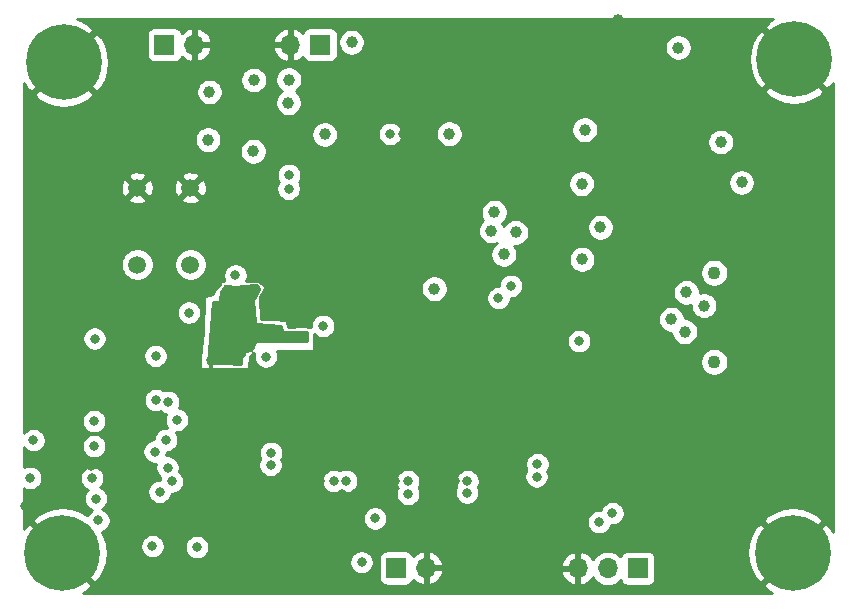
<source format=gbr>
G04 #@! TF.GenerationSoftware,KiCad,Pcbnew,(5.1.4)-1*
G04 #@! TF.CreationDate,2020-04-02T16:16:13+01:00*
G04 #@! TF.ProjectId,hydrophone_stm32_board,68796472-6f70-4686-9f6e-655f73746d33,rev?*
G04 #@! TF.SameCoordinates,Original*
G04 #@! TF.FileFunction,Copper,L2,Inr*
G04 #@! TF.FilePolarity,Positive*
%FSLAX46Y46*%
G04 Gerber Fmt 4.6, Leading zero omitted, Abs format (unit mm)*
G04 Created by KiCad (PCBNEW (5.1.4)-1) date 2020-04-02 16:16:13*
%MOMM*%
%LPD*%
G04 APERTURE LIST*
%ADD10C,1.100000*%
%ADD11C,0.800000*%
%ADD12C,6.400000*%
%ADD13O,1.700000X1.700000*%
%ADD14R,1.700000X1.700000*%
%ADD15C,1.500000*%
%ADD16C,1.000000*%
%ADD17C,0.500000*%
%ADD18C,0.300000*%
%ADD19C,0.254000*%
G04 APERTURE END LIST*
D10*
X101038660Y-76680060D03*
X101038660Y-69130060D03*
D11*
X109393056Y-91139944D03*
X107696000Y-90437000D03*
X105998944Y-91139944D03*
X105296000Y-92837000D03*
X105998944Y-94534056D03*
X107696000Y-95237000D03*
X109393056Y-94534056D03*
X110096000Y-92837000D03*
D12*
X107696000Y-92837000D03*
D11*
X47544056Y-91139944D03*
X45847000Y-90437000D03*
X44149944Y-91139944D03*
X43447000Y-92837000D03*
X44149944Y-94534056D03*
X45847000Y-95237000D03*
X47544056Y-94534056D03*
X48247000Y-92837000D03*
D12*
X45847000Y-92837000D03*
D11*
X47671056Y-49610944D03*
X45974000Y-48908000D03*
X44276944Y-49610944D03*
X43574000Y-51308000D03*
X44276944Y-53005056D03*
X45974000Y-53708000D03*
X47671056Y-53005056D03*
X48374000Y-51308000D03*
D12*
X45974000Y-51308000D03*
D11*
X109520056Y-49356944D03*
X107823000Y-48654000D03*
X106125944Y-49356944D03*
X105423000Y-51054000D03*
X106125944Y-52751056D03*
X107823000Y-53454000D03*
X109520056Y-52751056D03*
X110223000Y-51054000D03*
D12*
X107823000Y-51054000D03*
D13*
X57035700Y-49832260D03*
D14*
X54495700Y-49832260D03*
X67675760Y-49806860D03*
D13*
X65135760Y-49806860D03*
D14*
X94576900Y-94152720D03*
D13*
X92036900Y-94152720D03*
X89496900Y-94152720D03*
D14*
X74112120Y-94122240D03*
D13*
X76652120Y-94122240D03*
D15*
X56692360Y-68434020D03*
X56692360Y-61934020D03*
X52192360Y-61934020D03*
X52192360Y-68434020D03*
D11*
X61900000Y-70700000D03*
X58400000Y-76500000D03*
X61900000Y-79950000D03*
D16*
X48200000Y-59910000D03*
X49560000Y-60410000D03*
X48290000Y-61190000D03*
X48070000Y-58330000D03*
X65590000Y-57230000D03*
X86940000Y-55830000D03*
X70350000Y-57470000D03*
D11*
X74680000Y-57420000D03*
X91020000Y-63340000D03*
X74010000Y-86760000D03*
X67700000Y-86760000D03*
X79070000Y-86800000D03*
X88380000Y-82980000D03*
X88410000Y-84220000D03*
X86200000Y-87770000D03*
X69500000Y-87820000D03*
X58140000Y-84520000D03*
X53740000Y-74920000D03*
D16*
X43280000Y-75920000D03*
X44170000Y-62710000D03*
X88050000Y-49960000D03*
X92920000Y-47750000D03*
X108760000Y-78110000D03*
X97750000Y-78110000D03*
X108830000Y-66950000D03*
X97770000Y-69680000D03*
X97480000Y-66650000D03*
D11*
X88650000Y-74100000D03*
X90940000Y-77410000D03*
X63000000Y-68130000D03*
X58140000Y-85790000D03*
X74680000Y-56350000D03*
X70150000Y-56290000D03*
X65630000Y-56100000D03*
X86960000Y-54700000D03*
X91040000Y-62330000D03*
X90970000Y-78470000D03*
X89660000Y-82960000D03*
X89570000Y-84240000D03*
X86140000Y-88890000D03*
X80340000Y-90200000D03*
X89540000Y-91430000D03*
X76990000Y-91340000D03*
D16*
X66660000Y-52390000D03*
D11*
X67110000Y-70820000D03*
X48300000Y-85530000D03*
X42700000Y-88900000D03*
D16*
X58190000Y-57860000D03*
X58310000Y-53820000D03*
X62070000Y-52810000D03*
X62010000Y-58850000D03*
X65030000Y-52790000D03*
X65000000Y-54730000D03*
X68060000Y-57420000D03*
X78600000Y-57370000D03*
X89820000Y-61590000D03*
X89850000Y-67980000D03*
D11*
X73610000Y-57370000D03*
X60510000Y-69340000D03*
X75110000Y-86770000D03*
X72330000Y-89920000D03*
X68830000Y-86780000D03*
X63530000Y-84380000D03*
X86070000Y-85320000D03*
X80150000Y-86770000D03*
X57250000Y-92350000D03*
X54090000Y-87680000D03*
X53660000Y-84270000D03*
X43410000Y-83300000D03*
X53750000Y-76160000D03*
X65040000Y-60830000D03*
X65020000Y-62020000D03*
X75140000Y-87840000D03*
X69890000Y-86740000D03*
X80120000Y-87750000D03*
X86010000Y-86380000D03*
X63080000Y-76220000D03*
D16*
X98000000Y-50060000D03*
X101610000Y-58060000D03*
D11*
X89610000Y-74920000D03*
X63480000Y-85400000D03*
D16*
X70340000Y-49600000D03*
X77340000Y-70490000D03*
X90080000Y-57020000D03*
D11*
X56570000Y-72510000D03*
X48540000Y-81700000D03*
X48590000Y-74710000D03*
X48900000Y-90100000D03*
X43120000Y-86490000D03*
X48377543Y-86526991D03*
X53780000Y-79910000D03*
X48700000Y-88250000D03*
X55550000Y-81590000D03*
X67930000Y-73620000D03*
X71190000Y-93640000D03*
X48550000Y-83800000D03*
X54650000Y-83270000D03*
X55120000Y-86790000D03*
X53480000Y-92270000D03*
X54760000Y-85630000D03*
X54800000Y-80050000D03*
X92420000Y-89480000D03*
X83840000Y-70230000D03*
X91300000Y-90240000D03*
X82780000Y-71270000D03*
D16*
X84250000Y-65710000D03*
X100180000Y-71910000D03*
X83240000Y-67580000D03*
X98550000Y-74120000D03*
X82180000Y-65580000D03*
X97420000Y-73060000D03*
X98680000Y-70790000D03*
X82430000Y-64010000D03*
X91409485Y-65267597D03*
X103360000Y-61480000D03*
D17*
X61900000Y-79950000D02*
X61500001Y-79550001D01*
X61375000Y-77575000D02*
X58525000Y-77575000D01*
D18*
X58400000Y-76500000D02*
X58400000Y-77575000D01*
X58400000Y-77575000D02*
X58400000Y-77725000D01*
D17*
X61500001Y-77700001D02*
X61375000Y-77575000D01*
X61500001Y-79550001D02*
X61500001Y-77700001D01*
D19*
G36*
X106048037Y-47654455D02*
G01*
X105702330Y-47836445D01*
X105661912Y-47863452D01*
X105301724Y-48353119D01*
X107823000Y-50874395D01*
X107837143Y-50860253D01*
X108016748Y-51039858D01*
X108002605Y-51054000D01*
X110523881Y-53575276D01*
X111013548Y-53215088D01*
X111099000Y-53057616D01*
X111082636Y-91037516D01*
X110913555Y-90716330D01*
X110886548Y-90675912D01*
X110396881Y-90315724D01*
X107875605Y-92837000D01*
X107889748Y-92851143D01*
X107710143Y-93030748D01*
X107696000Y-93016605D01*
X105174724Y-95537881D01*
X105534912Y-96027548D01*
X105928266Y-96241000D01*
X91820724Y-96241000D01*
X47644076Y-96224904D01*
X47967670Y-96054555D01*
X48008088Y-96027548D01*
X48368276Y-95537881D01*
X45847000Y-93016605D01*
X45832858Y-93030748D01*
X45653253Y-92851143D01*
X45667395Y-92837000D01*
X43146119Y-90315724D01*
X42656452Y-90675912D01*
X42570548Y-90834217D01*
X42570733Y-90136119D01*
X43325724Y-90136119D01*
X45847000Y-92657395D01*
X45861143Y-92643253D01*
X46040748Y-92822858D01*
X46026605Y-92837000D01*
X48547881Y-95358276D01*
X49037548Y-94998088D01*
X49397849Y-94334118D01*
X49621694Y-93612615D01*
X49629512Y-93538061D01*
X70155000Y-93538061D01*
X70155000Y-93741939D01*
X70194774Y-93941898D01*
X70272795Y-94130256D01*
X70386063Y-94299774D01*
X70530226Y-94443937D01*
X70699744Y-94557205D01*
X70888102Y-94635226D01*
X71088061Y-94675000D01*
X71291939Y-94675000D01*
X71491898Y-94635226D01*
X71680256Y-94557205D01*
X71849774Y-94443937D01*
X71993937Y-94299774D01*
X72107205Y-94130256D01*
X72185226Y-93941898D01*
X72225000Y-93741939D01*
X72225000Y-93538061D01*
X72185226Y-93338102D01*
X72157945Y-93272240D01*
X72624048Y-93272240D01*
X72624048Y-94972240D01*
X72636308Y-95096722D01*
X72672618Y-95216420D01*
X72731583Y-95326734D01*
X72810935Y-95423425D01*
X72907626Y-95502777D01*
X73017940Y-95561742D01*
X73137638Y-95598052D01*
X73262120Y-95610312D01*
X74962120Y-95610312D01*
X75086602Y-95598052D01*
X75206300Y-95561742D01*
X75316614Y-95502777D01*
X75413305Y-95423425D01*
X75492657Y-95326734D01*
X75551622Y-95216420D01*
X75576086Y-95135774D01*
X75651851Y-95219828D01*
X75885200Y-95393881D01*
X76148021Y-95519065D01*
X76295230Y-95563716D01*
X76525120Y-95442395D01*
X76525120Y-94249240D01*
X76779120Y-94249240D01*
X76779120Y-95442395D01*
X77009010Y-95563716D01*
X77156219Y-95519065D01*
X77419040Y-95393881D01*
X77652389Y-95219828D01*
X77847298Y-95003595D01*
X77996277Y-94753492D01*
X78082788Y-94509611D01*
X88055419Y-94509611D01*
X88152743Y-94783972D01*
X88301722Y-95034075D01*
X88496631Y-95250308D01*
X88729980Y-95424361D01*
X88992801Y-95549545D01*
X89140010Y-95594196D01*
X89369900Y-95472875D01*
X89369900Y-94279720D01*
X88176086Y-94279720D01*
X88055419Y-94509611D01*
X78082788Y-94509611D01*
X78093601Y-94479131D01*
X77972934Y-94249240D01*
X76779120Y-94249240D01*
X76525120Y-94249240D01*
X76505120Y-94249240D01*
X76505120Y-93995240D01*
X76525120Y-93995240D01*
X76525120Y-92802085D01*
X76779120Y-92802085D01*
X76779120Y-93995240D01*
X77972934Y-93995240D01*
X78077602Y-93795829D01*
X88055419Y-93795829D01*
X88176086Y-94025720D01*
X89369900Y-94025720D01*
X89369900Y-92832565D01*
X89623900Y-92832565D01*
X89623900Y-94025720D01*
X89643900Y-94025720D01*
X89643900Y-94279720D01*
X89623900Y-94279720D01*
X89623900Y-95472875D01*
X89853790Y-95594196D01*
X90000999Y-95549545D01*
X90263820Y-95424361D01*
X90497169Y-95250308D01*
X90692078Y-95034075D01*
X90761699Y-94917197D01*
X90796194Y-94981734D01*
X90981766Y-95207854D01*
X91207886Y-95393426D01*
X91465866Y-95531319D01*
X91745789Y-95616233D01*
X91963950Y-95637720D01*
X92109850Y-95637720D01*
X92328011Y-95616233D01*
X92607934Y-95531319D01*
X92865914Y-95393426D01*
X93092034Y-95207854D01*
X93116507Y-95178033D01*
X93137398Y-95246900D01*
X93196363Y-95357214D01*
X93275715Y-95453905D01*
X93372406Y-95533257D01*
X93482720Y-95592222D01*
X93602418Y-95628532D01*
X93726900Y-95640792D01*
X95426900Y-95640792D01*
X95551382Y-95628532D01*
X95671080Y-95592222D01*
X95781394Y-95533257D01*
X95878085Y-95453905D01*
X95957437Y-95357214D01*
X96016402Y-95246900D01*
X96052712Y-95127202D01*
X96064972Y-95002720D01*
X96064972Y-93302720D01*
X96052712Y-93178238D01*
X96016402Y-93058540D01*
X95957437Y-92948226D01*
X95878085Y-92851535D01*
X95830759Y-92812695D01*
X103842520Y-92812695D01*
X103911822Y-93564938D01*
X104126548Y-94289208D01*
X104478445Y-94957670D01*
X104505452Y-94998088D01*
X104995119Y-95358276D01*
X107516395Y-92837000D01*
X104995119Y-90315724D01*
X104505452Y-90675912D01*
X104145151Y-91339882D01*
X103921306Y-92061385D01*
X103842520Y-92812695D01*
X95830759Y-92812695D01*
X95781394Y-92772183D01*
X95671080Y-92713218D01*
X95551382Y-92676908D01*
X95426900Y-92664648D01*
X93726900Y-92664648D01*
X93602418Y-92676908D01*
X93482720Y-92713218D01*
X93372406Y-92772183D01*
X93275715Y-92851535D01*
X93196363Y-92948226D01*
X93137398Y-93058540D01*
X93116507Y-93127407D01*
X93092034Y-93097586D01*
X92865914Y-92912014D01*
X92607934Y-92774121D01*
X92328011Y-92689207D01*
X92109850Y-92667720D01*
X91963950Y-92667720D01*
X91745789Y-92689207D01*
X91465866Y-92774121D01*
X91207886Y-92912014D01*
X90981766Y-93097586D01*
X90796194Y-93323706D01*
X90761699Y-93388243D01*
X90692078Y-93271365D01*
X90497169Y-93055132D01*
X90263820Y-92881079D01*
X90000999Y-92755895D01*
X89853790Y-92711244D01*
X89623900Y-92832565D01*
X89369900Y-92832565D01*
X89140010Y-92711244D01*
X88992801Y-92755895D01*
X88729980Y-92881079D01*
X88496631Y-93055132D01*
X88301722Y-93271365D01*
X88152743Y-93521468D01*
X88055419Y-93795829D01*
X78077602Y-93795829D01*
X78093601Y-93765349D01*
X77996277Y-93490988D01*
X77847298Y-93240885D01*
X77652389Y-93024652D01*
X77419040Y-92850599D01*
X77156219Y-92725415D01*
X77009010Y-92680764D01*
X76779120Y-92802085D01*
X76525120Y-92802085D01*
X76295230Y-92680764D01*
X76148021Y-92725415D01*
X75885200Y-92850599D01*
X75651851Y-93024652D01*
X75576086Y-93108706D01*
X75551622Y-93028060D01*
X75492657Y-92917746D01*
X75413305Y-92821055D01*
X75316614Y-92741703D01*
X75206300Y-92682738D01*
X75086602Y-92646428D01*
X74962120Y-92634168D01*
X73262120Y-92634168D01*
X73137638Y-92646428D01*
X73017940Y-92682738D01*
X72907626Y-92741703D01*
X72810935Y-92821055D01*
X72731583Y-92917746D01*
X72672618Y-93028060D01*
X72636308Y-93147758D01*
X72624048Y-93272240D01*
X72157945Y-93272240D01*
X72107205Y-93149744D01*
X71993937Y-92980226D01*
X71849774Y-92836063D01*
X71680256Y-92722795D01*
X71491898Y-92644774D01*
X71291939Y-92605000D01*
X71088061Y-92605000D01*
X70888102Y-92644774D01*
X70699744Y-92722795D01*
X70530226Y-92836063D01*
X70386063Y-92980226D01*
X70272795Y-93149744D01*
X70194774Y-93338102D01*
X70155000Y-93538061D01*
X49629512Y-93538061D01*
X49700480Y-92861305D01*
X49636614Y-92168061D01*
X52445000Y-92168061D01*
X52445000Y-92371939D01*
X52484774Y-92571898D01*
X52562795Y-92760256D01*
X52676063Y-92929774D01*
X52820226Y-93073937D01*
X52989744Y-93187205D01*
X53178102Y-93265226D01*
X53378061Y-93305000D01*
X53581939Y-93305000D01*
X53781898Y-93265226D01*
X53970256Y-93187205D01*
X54139774Y-93073937D01*
X54283937Y-92929774D01*
X54397205Y-92760256D01*
X54475226Y-92571898D01*
X54515000Y-92371939D01*
X54515000Y-92248061D01*
X56215000Y-92248061D01*
X56215000Y-92451939D01*
X56254774Y-92651898D01*
X56332795Y-92840256D01*
X56446063Y-93009774D01*
X56590226Y-93153937D01*
X56759744Y-93267205D01*
X56948102Y-93345226D01*
X57148061Y-93385000D01*
X57351939Y-93385000D01*
X57551898Y-93345226D01*
X57740256Y-93267205D01*
X57909774Y-93153937D01*
X58053937Y-93009774D01*
X58167205Y-92840256D01*
X58245226Y-92651898D01*
X58285000Y-92451939D01*
X58285000Y-92248061D01*
X58245226Y-92048102D01*
X58167205Y-91859744D01*
X58053937Y-91690226D01*
X57909774Y-91546063D01*
X57740256Y-91432795D01*
X57551898Y-91354774D01*
X57351939Y-91315000D01*
X57148061Y-91315000D01*
X56948102Y-91354774D01*
X56759744Y-91432795D01*
X56590226Y-91546063D01*
X56446063Y-91690226D01*
X56332795Y-91859744D01*
X56254774Y-92048102D01*
X56215000Y-92248061D01*
X54515000Y-92248061D01*
X54515000Y-92168061D01*
X54475226Y-91968102D01*
X54397205Y-91779744D01*
X54283937Y-91610226D01*
X54139774Y-91466063D01*
X53970256Y-91352795D01*
X53781898Y-91274774D01*
X53581939Y-91235000D01*
X53378061Y-91235000D01*
X53178102Y-91274774D01*
X52989744Y-91352795D01*
X52820226Y-91466063D01*
X52676063Y-91610226D01*
X52562795Y-91779744D01*
X52484774Y-91968102D01*
X52445000Y-92168061D01*
X49636614Y-92168061D01*
X49631178Y-92109062D01*
X49416452Y-91384792D01*
X49252896Y-91074102D01*
X49390256Y-91017205D01*
X49559774Y-90903937D01*
X49703937Y-90759774D01*
X49817205Y-90590256D01*
X49895226Y-90401898D01*
X49935000Y-90201939D01*
X49935000Y-89998061D01*
X49899197Y-89818061D01*
X71295000Y-89818061D01*
X71295000Y-90021939D01*
X71334774Y-90221898D01*
X71412795Y-90410256D01*
X71526063Y-90579774D01*
X71670226Y-90723937D01*
X71839744Y-90837205D01*
X72028102Y-90915226D01*
X72228061Y-90955000D01*
X72431939Y-90955000D01*
X72631898Y-90915226D01*
X72820256Y-90837205D01*
X72989774Y-90723937D01*
X73133937Y-90579774D01*
X73247205Y-90410256D01*
X73325226Y-90221898D01*
X73341902Y-90138061D01*
X90265000Y-90138061D01*
X90265000Y-90341939D01*
X90304774Y-90541898D01*
X90382795Y-90730256D01*
X90496063Y-90899774D01*
X90640226Y-91043937D01*
X90809744Y-91157205D01*
X90998102Y-91235226D01*
X91198061Y-91275000D01*
X91401939Y-91275000D01*
X91601898Y-91235226D01*
X91790256Y-91157205D01*
X91959774Y-91043937D01*
X92103937Y-90899774D01*
X92217205Y-90730256D01*
X92295226Y-90541898D01*
X92301242Y-90511654D01*
X92318061Y-90515000D01*
X92521939Y-90515000D01*
X92721898Y-90475226D01*
X92910256Y-90397205D01*
X93079774Y-90283937D01*
X93223937Y-90139774D01*
X93226379Y-90136119D01*
X105174724Y-90136119D01*
X107696000Y-92657395D01*
X110217276Y-90136119D01*
X109857088Y-89646452D01*
X109193118Y-89286151D01*
X108471615Y-89062306D01*
X107720305Y-88983520D01*
X106968062Y-89052822D01*
X106243792Y-89267548D01*
X105575330Y-89619445D01*
X105534912Y-89646452D01*
X105174724Y-90136119D01*
X93226379Y-90136119D01*
X93337205Y-89970256D01*
X93415226Y-89781898D01*
X93455000Y-89581939D01*
X93455000Y-89378061D01*
X93415226Y-89178102D01*
X93337205Y-88989744D01*
X93223937Y-88820226D01*
X93079774Y-88676063D01*
X92910256Y-88562795D01*
X92721898Y-88484774D01*
X92521939Y-88445000D01*
X92318061Y-88445000D01*
X92118102Y-88484774D01*
X91929744Y-88562795D01*
X91760226Y-88676063D01*
X91616063Y-88820226D01*
X91502795Y-88989744D01*
X91424774Y-89178102D01*
X91418758Y-89208346D01*
X91401939Y-89205000D01*
X91198061Y-89205000D01*
X90998102Y-89244774D01*
X90809744Y-89322795D01*
X90640226Y-89436063D01*
X90496063Y-89580226D01*
X90382795Y-89749744D01*
X90304774Y-89938102D01*
X90265000Y-90138061D01*
X73341902Y-90138061D01*
X73365000Y-90021939D01*
X73365000Y-89818061D01*
X73325226Y-89618102D01*
X73247205Y-89429744D01*
X73133937Y-89260226D01*
X72989774Y-89116063D01*
X72820256Y-89002795D01*
X72631898Y-88924774D01*
X72431939Y-88885000D01*
X72228061Y-88885000D01*
X72028102Y-88924774D01*
X71839744Y-89002795D01*
X71670226Y-89116063D01*
X71526063Y-89260226D01*
X71412795Y-89429744D01*
X71334774Y-89618102D01*
X71295000Y-89818061D01*
X49899197Y-89818061D01*
X49895226Y-89798102D01*
X49817205Y-89609744D01*
X49703937Y-89440226D01*
X49559774Y-89296063D01*
X49390256Y-89182795D01*
X49252390Y-89125689D01*
X49359774Y-89053937D01*
X49503937Y-88909774D01*
X49617205Y-88740256D01*
X49695226Y-88551898D01*
X49735000Y-88351939D01*
X49735000Y-88148061D01*
X49695226Y-87948102D01*
X49617205Y-87759744D01*
X49503937Y-87590226D01*
X49359774Y-87446063D01*
X49190256Y-87332795D01*
X49080792Y-87287453D01*
X49181480Y-87186765D01*
X49294748Y-87017247D01*
X49372769Y-86828889D01*
X49412543Y-86628930D01*
X49412543Y-86425052D01*
X49372769Y-86225093D01*
X49294748Y-86036735D01*
X49181480Y-85867217D01*
X49037317Y-85723054D01*
X48867799Y-85609786D01*
X48679441Y-85531765D01*
X48479482Y-85491991D01*
X48275604Y-85491991D01*
X48075645Y-85531765D01*
X47887287Y-85609786D01*
X47717769Y-85723054D01*
X47573606Y-85867217D01*
X47460338Y-86036735D01*
X47382317Y-86225093D01*
X47342543Y-86425052D01*
X47342543Y-86628930D01*
X47382317Y-86828889D01*
X47460338Y-87017247D01*
X47573606Y-87186765D01*
X47717769Y-87330928D01*
X47887287Y-87444196D01*
X47996751Y-87489538D01*
X47896063Y-87590226D01*
X47782795Y-87759744D01*
X47704774Y-87948102D01*
X47665000Y-88148061D01*
X47665000Y-88351939D01*
X47704774Y-88551898D01*
X47782795Y-88740256D01*
X47896063Y-88909774D01*
X48040226Y-89053937D01*
X48209744Y-89167205D01*
X48347610Y-89224311D01*
X48240226Y-89296063D01*
X48096063Y-89440226D01*
X47982795Y-89609744D01*
X47975022Y-89628509D01*
X47344118Y-89286151D01*
X46622615Y-89062306D01*
X45871305Y-88983520D01*
X45119062Y-89052822D01*
X44394792Y-89267548D01*
X43726330Y-89619445D01*
X43685912Y-89646452D01*
X43325724Y-90136119D01*
X42570733Y-90136119D01*
X42571468Y-87368266D01*
X42629744Y-87407205D01*
X42818102Y-87485226D01*
X43018061Y-87525000D01*
X43221939Y-87525000D01*
X43421898Y-87485226D01*
X43610256Y-87407205D01*
X43779774Y-87293937D01*
X43923937Y-87149774D01*
X44037205Y-86980256D01*
X44115226Y-86791898D01*
X44155000Y-86591939D01*
X44155000Y-86388061D01*
X44115226Y-86188102D01*
X44037205Y-85999744D01*
X43923937Y-85830226D01*
X43779774Y-85686063D01*
X43610256Y-85572795D01*
X43421898Y-85494774D01*
X43221939Y-85455000D01*
X43018061Y-85455000D01*
X42818102Y-85494774D01*
X42629744Y-85572795D01*
X42571934Y-85611422D01*
X42572386Y-83909373D01*
X42606063Y-83959774D01*
X42750226Y-84103937D01*
X42919744Y-84217205D01*
X43108102Y-84295226D01*
X43308061Y-84335000D01*
X43511939Y-84335000D01*
X43711898Y-84295226D01*
X43900256Y-84217205D01*
X44069774Y-84103937D01*
X44213937Y-83959774D01*
X44327205Y-83790256D01*
X44365393Y-83698061D01*
X47515000Y-83698061D01*
X47515000Y-83901939D01*
X47554774Y-84101898D01*
X47632795Y-84290256D01*
X47746063Y-84459774D01*
X47890226Y-84603937D01*
X48059744Y-84717205D01*
X48248102Y-84795226D01*
X48448061Y-84835000D01*
X48651939Y-84835000D01*
X48851898Y-84795226D01*
X49040256Y-84717205D01*
X49209774Y-84603937D01*
X49353937Y-84459774D01*
X49467205Y-84290256D01*
X49517820Y-84168061D01*
X52625000Y-84168061D01*
X52625000Y-84371939D01*
X52664774Y-84571898D01*
X52742795Y-84760256D01*
X52856063Y-84929774D01*
X53000226Y-85073937D01*
X53169744Y-85187205D01*
X53358102Y-85265226D01*
X53558061Y-85305000D01*
X53761939Y-85305000D01*
X53775457Y-85302311D01*
X53764774Y-85328102D01*
X53725000Y-85528061D01*
X53725000Y-85731939D01*
X53764774Y-85931898D01*
X53842795Y-86120256D01*
X53956063Y-86289774D01*
X54100226Y-86433937D01*
X54137025Y-86458525D01*
X54124774Y-86488102D01*
X54093565Y-86645000D01*
X53988061Y-86645000D01*
X53788102Y-86684774D01*
X53599744Y-86762795D01*
X53430226Y-86876063D01*
X53286063Y-87020226D01*
X53172795Y-87189744D01*
X53094774Y-87378102D01*
X53055000Y-87578061D01*
X53055000Y-87781939D01*
X53094774Y-87981898D01*
X53172795Y-88170256D01*
X53286063Y-88339774D01*
X53430226Y-88483937D01*
X53599744Y-88597205D01*
X53788102Y-88675226D01*
X53988061Y-88715000D01*
X54191939Y-88715000D01*
X54391898Y-88675226D01*
X54580256Y-88597205D01*
X54749774Y-88483937D01*
X54893937Y-88339774D01*
X55007205Y-88170256D01*
X55085226Y-87981898D01*
X55116435Y-87825000D01*
X55221939Y-87825000D01*
X55421898Y-87785226D01*
X55610256Y-87707205D01*
X55779774Y-87593937D01*
X55923937Y-87449774D01*
X56037205Y-87280256D01*
X56115226Y-87091898D01*
X56155000Y-86891939D01*
X56155000Y-86688061D01*
X56153011Y-86678061D01*
X67795000Y-86678061D01*
X67795000Y-86881939D01*
X67834774Y-87081898D01*
X67912795Y-87270256D01*
X68026063Y-87439774D01*
X68170226Y-87583937D01*
X68339744Y-87697205D01*
X68528102Y-87775226D01*
X68728061Y-87815000D01*
X68931939Y-87815000D01*
X69131898Y-87775226D01*
X69320256Y-87697205D01*
X69389932Y-87650649D01*
X69399744Y-87657205D01*
X69588102Y-87735226D01*
X69788061Y-87775000D01*
X69991939Y-87775000D01*
X70191898Y-87735226D01*
X70380256Y-87657205D01*
X70549774Y-87543937D01*
X70693937Y-87399774D01*
X70807205Y-87230256D01*
X70885226Y-87041898D01*
X70925000Y-86841939D01*
X70925000Y-86668061D01*
X74075000Y-86668061D01*
X74075000Y-86871939D01*
X74114774Y-87071898D01*
X74192795Y-87260256D01*
X74237692Y-87327449D01*
X74222795Y-87349744D01*
X74144774Y-87538102D01*
X74105000Y-87738061D01*
X74105000Y-87941939D01*
X74144774Y-88141898D01*
X74222795Y-88330256D01*
X74336063Y-88499774D01*
X74480226Y-88643937D01*
X74649744Y-88757205D01*
X74838102Y-88835226D01*
X75038061Y-88875000D01*
X75241939Y-88875000D01*
X75441898Y-88835226D01*
X75630256Y-88757205D01*
X75799774Y-88643937D01*
X75943937Y-88499774D01*
X76057205Y-88330256D01*
X76135226Y-88141898D01*
X76175000Y-87941939D01*
X76175000Y-87738061D01*
X76157099Y-87648061D01*
X79085000Y-87648061D01*
X79085000Y-87851939D01*
X79124774Y-88051898D01*
X79202795Y-88240256D01*
X79316063Y-88409774D01*
X79460226Y-88553937D01*
X79629744Y-88667205D01*
X79818102Y-88745226D01*
X80018061Y-88785000D01*
X80221939Y-88785000D01*
X80421898Y-88745226D01*
X80610256Y-88667205D01*
X80779774Y-88553937D01*
X80923937Y-88409774D01*
X81037205Y-88240256D01*
X81115226Y-88051898D01*
X81155000Y-87851939D01*
X81155000Y-87648061D01*
X81115226Y-87448102D01*
X81048816Y-87287776D01*
X81067205Y-87260256D01*
X81145226Y-87071898D01*
X81185000Y-86871939D01*
X81185000Y-86668061D01*
X81145226Y-86468102D01*
X81067205Y-86279744D01*
X81066081Y-86278061D01*
X84975000Y-86278061D01*
X84975000Y-86481939D01*
X85014774Y-86681898D01*
X85092795Y-86870256D01*
X85206063Y-87039774D01*
X85350226Y-87183937D01*
X85519744Y-87297205D01*
X85708102Y-87375226D01*
X85908061Y-87415000D01*
X86111939Y-87415000D01*
X86311898Y-87375226D01*
X86500256Y-87297205D01*
X86669774Y-87183937D01*
X86813937Y-87039774D01*
X86927205Y-86870256D01*
X87005226Y-86681898D01*
X87045000Y-86481939D01*
X87045000Y-86278061D01*
X87005226Y-86078102D01*
X86929841Y-85896108D01*
X86987205Y-85810256D01*
X87065226Y-85621898D01*
X87105000Y-85421939D01*
X87105000Y-85218061D01*
X87065226Y-85018102D01*
X86987205Y-84829744D01*
X86873937Y-84660226D01*
X86729774Y-84516063D01*
X86560256Y-84402795D01*
X86371898Y-84324774D01*
X86171939Y-84285000D01*
X85968061Y-84285000D01*
X85768102Y-84324774D01*
X85579744Y-84402795D01*
X85410226Y-84516063D01*
X85266063Y-84660226D01*
X85152795Y-84829744D01*
X85074774Y-85018102D01*
X85035000Y-85218061D01*
X85035000Y-85421939D01*
X85074774Y-85621898D01*
X85150159Y-85803892D01*
X85092795Y-85889744D01*
X85014774Y-86078102D01*
X84975000Y-86278061D01*
X81066081Y-86278061D01*
X80953937Y-86110226D01*
X80809774Y-85966063D01*
X80640256Y-85852795D01*
X80451898Y-85774774D01*
X80251939Y-85735000D01*
X80048061Y-85735000D01*
X79848102Y-85774774D01*
X79659744Y-85852795D01*
X79490226Y-85966063D01*
X79346063Y-86110226D01*
X79232795Y-86279744D01*
X79154774Y-86468102D01*
X79115000Y-86668061D01*
X79115000Y-86871939D01*
X79154774Y-87071898D01*
X79221184Y-87232224D01*
X79202795Y-87259744D01*
X79124774Y-87448102D01*
X79085000Y-87648061D01*
X76157099Y-87648061D01*
X76135226Y-87538102D01*
X76057205Y-87349744D01*
X76012308Y-87282551D01*
X76027205Y-87260256D01*
X76105226Y-87071898D01*
X76145000Y-86871939D01*
X76145000Y-86668061D01*
X76105226Y-86468102D01*
X76027205Y-86279744D01*
X75913937Y-86110226D01*
X75769774Y-85966063D01*
X75600256Y-85852795D01*
X75411898Y-85774774D01*
X75211939Y-85735000D01*
X75008061Y-85735000D01*
X74808102Y-85774774D01*
X74619744Y-85852795D01*
X74450226Y-85966063D01*
X74306063Y-86110226D01*
X74192795Y-86279744D01*
X74114774Y-86468102D01*
X74075000Y-86668061D01*
X70925000Y-86668061D01*
X70925000Y-86638061D01*
X70885226Y-86438102D01*
X70807205Y-86249744D01*
X70693937Y-86080226D01*
X70549774Y-85936063D01*
X70380256Y-85822795D01*
X70191898Y-85744774D01*
X69991939Y-85705000D01*
X69788061Y-85705000D01*
X69588102Y-85744774D01*
X69399744Y-85822795D01*
X69330068Y-85869351D01*
X69320256Y-85862795D01*
X69131898Y-85784774D01*
X68931939Y-85745000D01*
X68728061Y-85745000D01*
X68528102Y-85784774D01*
X68339744Y-85862795D01*
X68170226Y-85976063D01*
X68026063Y-86120226D01*
X67912795Y-86289744D01*
X67834774Y-86478102D01*
X67795000Y-86678061D01*
X56153011Y-86678061D01*
X56115226Y-86488102D01*
X56037205Y-86299744D01*
X55923937Y-86130226D01*
X55779774Y-85986063D01*
X55742975Y-85961475D01*
X55755226Y-85931898D01*
X55795000Y-85731939D01*
X55795000Y-85528061D01*
X55755226Y-85328102D01*
X55742783Y-85298061D01*
X62445000Y-85298061D01*
X62445000Y-85501939D01*
X62484774Y-85701898D01*
X62562795Y-85890256D01*
X62676063Y-86059774D01*
X62820226Y-86203937D01*
X62989744Y-86317205D01*
X63178102Y-86395226D01*
X63378061Y-86435000D01*
X63581939Y-86435000D01*
X63781898Y-86395226D01*
X63970256Y-86317205D01*
X64139774Y-86203937D01*
X64283937Y-86059774D01*
X64397205Y-85890256D01*
X64475226Y-85701898D01*
X64515000Y-85501939D01*
X64515000Y-85298061D01*
X64475226Y-85098102D01*
X64406242Y-84931561D01*
X64447205Y-84870256D01*
X64525226Y-84681898D01*
X64565000Y-84481939D01*
X64565000Y-84278061D01*
X64525226Y-84078102D01*
X64447205Y-83889744D01*
X64333937Y-83720226D01*
X64189774Y-83576063D01*
X64020256Y-83462795D01*
X63831898Y-83384774D01*
X63631939Y-83345000D01*
X63428061Y-83345000D01*
X63228102Y-83384774D01*
X63039744Y-83462795D01*
X62870226Y-83576063D01*
X62726063Y-83720226D01*
X62612795Y-83889744D01*
X62534774Y-84078102D01*
X62495000Y-84278061D01*
X62495000Y-84481939D01*
X62534774Y-84681898D01*
X62603758Y-84848439D01*
X62562795Y-84909744D01*
X62484774Y-85098102D01*
X62445000Y-85298061D01*
X55742783Y-85298061D01*
X55677205Y-85139744D01*
X55563937Y-84970226D01*
X55419774Y-84826063D01*
X55250256Y-84712795D01*
X55061898Y-84634774D01*
X54861939Y-84595000D01*
X54658061Y-84595000D01*
X54644543Y-84597689D01*
X54655226Y-84571898D01*
X54695000Y-84371939D01*
X54695000Y-84305000D01*
X54751939Y-84305000D01*
X54951898Y-84265226D01*
X55140256Y-84187205D01*
X55309774Y-84073937D01*
X55453937Y-83929774D01*
X55567205Y-83760256D01*
X55645226Y-83571898D01*
X55685000Y-83371939D01*
X55685000Y-83168061D01*
X55645226Y-82968102D01*
X55567205Y-82779744D01*
X55463809Y-82625000D01*
X55651939Y-82625000D01*
X55851898Y-82585226D01*
X56040256Y-82507205D01*
X56209774Y-82393937D01*
X56353937Y-82249774D01*
X56467205Y-82080256D01*
X56545226Y-81891898D01*
X56585000Y-81691939D01*
X56585000Y-81488061D01*
X56545226Y-81288102D01*
X56467205Y-81099744D01*
X56353937Y-80930226D01*
X56209774Y-80786063D01*
X56040256Y-80672795D01*
X55851898Y-80594774D01*
X55700852Y-80564729D01*
X55717205Y-80540256D01*
X55795226Y-80351898D01*
X55835000Y-80151939D01*
X55835000Y-79948061D01*
X55795226Y-79748102D01*
X55717205Y-79559744D01*
X55603937Y-79390226D01*
X55459774Y-79246063D01*
X55290256Y-79132795D01*
X55101898Y-79054774D01*
X54901939Y-79015000D01*
X54698061Y-79015000D01*
X54498102Y-79054774D01*
X54414710Y-79089316D01*
X54270256Y-78992795D01*
X54081898Y-78914774D01*
X53881939Y-78875000D01*
X53678061Y-78875000D01*
X53478102Y-78914774D01*
X53289744Y-78992795D01*
X53120226Y-79106063D01*
X52976063Y-79250226D01*
X52862795Y-79419744D01*
X52784774Y-79608102D01*
X52745000Y-79808061D01*
X52745000Y-80011939D01*
X52784774Y-80211898D01*
X52862795Y-80400256D01*
X52976063Y-80569774D01*
X53120226Y-80713937D01*
X53289744Y-80827205D01*
X53478102Y-80905226D01*
X53678061Y-80945000D01*
X53881939Y-80945000D01*
X54081898Y-80905226D01*
X54165290Y-80870684D01*
X54309744Y-80967205D01*
X54498102Y-81045226D01*
X54649148Y-81075271D01*
X54632795Y-81099744D01*
X54554774Y-81288102D01*
X54515000Y-81488061D01*
X54515000Y-81691939D01*
X54554774Y-81891898D01*
X54632795Y-82080256D01*
X54736191Y-82235000D01*
X54548061Y-82235000D01*
X54348102Y-82274774D01*
X54159744Y-82352795D01*
X53990226Y-82466063D01*
X53846063Y-82610226D01*
X53732795Y-82779744D01*
X53654774Y-82968102D01*
X53615000Y-83168061D01*
X53615000Y-83235000D01*
X53558061Y-83235000D01*
X53358102Y-83274774D01*
X53169744Y-83352795D01*
X53000226Y-83466063D01*
X52856063Y-83610226D01*
X52742795Y-83779744D01*
X52664774Y-83968102D01*
X52625000Y-84168061D01*
X49517820Y-84168061D01*
X49545226Y-84101898D01*
X49585000Y-83901939D01*
X49585000Y-83698061D01*
X49545226Y-83498102D01*
X49467205Y-83309744D01*
X49353937Y-83140226D01*
X49209774Y-82996063D01*
X49040256Y-82882795D01*
X48851898Y-82804774D01*
X48651939Y-82765000D01*
X48448061Y-82765000D01*
X48248102Y-82804774D01*
X48059744Y-82882795D01*
X47890226Y-82996063D01*
X47746063Y-83140226D01*
X47632795Y-83309744D01*
X47554774Y-83498102D01*
X47515000Y-83698061D01*
X44365393Y-83698061D01*
X44405226Y-83601898D01*
X44445000Y-83401939D01*
X44445000Y-83198061D01*
X44405226Y-82998102D01*
X44327205Y-82809744D01*
X44213937Y-82640226D01*
X44069774Y-82496063D01*
X43900256Y-82382795D01*
X43711898Y-82304774D01*
X43511939Y-82265000D01*
X43308061Y-82265000D01*
X43108102Y-82304774D01*
X42919744Y-82382795D01*
X42750226Y-82496063D01*
X42606063Y-82640226D01*
X42572710Y-82690143D01*
X42572999Y-81598061D01*
X47505000Y-81598061D01*
X47505000Y-81801939D01*
X47544774Y-82001898D01*
X47622795Y-82190256D01*
X47736063Y-82359774D01*
X47880226Y-82503937D01*
X48049744Y-82617205D01*
X48238102Y-82695226D01*
X48438061Y-82735000D01*
X48641939Y-82735000D01*
X48841898Y-82695226D01*
X49030256Y-82617205D01*
X49199774Y-82503937D01*
X49343937Y-82359774D01*
X49457205Y-82190256D01*
X49535226Y-82001898D01*
X49575000Y-81801939D01*
X49575000Y-81598061D01*
X49535226Y-81398102D01*
X49457205Y-81209744D01*
X49343937Y-81040226D01*
X49199774Y-80896063D01*
X49030256Y-80782795D01*
X48841898Y-80704774D01*
X48641939Y-80665000D01*
X48438061Y-80665000D01*
X48238102Y-80704774D01*
X48049744Y-80782795D01*
X47880226Y-80896063D01*
X47736063Y-81040226D01*
X47622795Y-81209744D01*
X47544774Y-81398102D01*
X47505000Y-81598061D01*
X42572999Y-81598061D01*
X42574469Y-76058061D01*
X52715000Y-76058061D01*
X52715000Y-76261939D01*
X52754774Y-76461898D01*
X52832795Y-76650256D01*
X52946063Y-76819774D01*
X53090226Y-76963937D01*
X53259744Y-77077205D01*
X53448102Y-77155226D01*
X53648061Y-77195000D01*
X53851939Y-77195000D01*
X54051898Y-77155226D01*
X54240256Y-77077205D01*
X54409774Y-76963937D01*
X54553937Y-76819774D01*
X54667205Y-76650256D01*
X54745226Y-76461898D01*
X54763226Y-76371404D01*
X57527572Y-76371404D01*
X57527572Y-77121404D01*
X57530012Y-77146180D01*
X57537239Y-77170005D01*
X57548975Y-77191961D01*
X57564769Y-77211207D01*
X57584015Y-77227001D01*
X57605971Y-77238737D01*
X57629796Y-77245964D01*
X57654572Y-77248404D01*
X61554572Y-77248404D01*
X61579348Y-77245964D01*
X61603173Y-77238737D01*
X61625129Y-77227001D01*
X61644375Y-77211207D01*
X61660169Y-77191961D01*
X61671905Y-77170005D01*
X61680854Y-77134893D01*
X61776563Y-76238851D01*
X62026663Y-75955091D01*
X62082250Y-75930790D01*
X62045000Y-76118061D01*
X62045000Y-76321939D01*
X62084774Y-76521898D01*
X62162795Y-76710256D01*
X62276063Y-76879774D01*
X62420226Y-77023937D01*
X62589744Y-77137205D01*
X62778102Y-77215226D01*
X62978061Y-77255000D01*
X63181939Y-77255000D01*
X63381898Y-77215226D01*
X63570256Y-77137205D01*
X63739774Y-77023937D01*
X63883937Y-76879774D01*
X63997205Y-76710256D01*
X64058056Y-76563348D01*
X99853660Y-76563348D01*
X99853660Y-76796772D01*
X99899199Y-77025712D01*
X99988526Y-77241368D01*
X100118210Y-77435454D01*
X100283266Y-77600510D01*
X100477352Y-77730194D01*
X100693008Y-77819521D01*
X100921948Y-77865060D01*
X101155372Y-77865060D01*
X101384312Y-77819521D01*
X101599968Y-77730194D01*
X101794054Y-77600510D01*
X101959110Y-77435454D01*
X102088794Y-77241368D01*
X102178121Y-77025712D01*
X102223660Y-76796772D01*
X102223660Y-76563348D01*
X102178121Y-76334408D01*
X102088794Y-76118752D01*
X101959110Y-75924666D01*
X101794054Y-75759610D01*
X101599968Y-75629926D01*
X101384312Y-75540599D01*
X101155372Y-75495060D01*
X100921948Y-75495060D01*
X100693008Y-75540599D01*
X100477352Y-75629926D01*
X100283266Y-75759610D01*
X100118210Y-75924666D01*
X99988526Y-76118752D01*
X99899199Y-76334408D01*
X99853660Y-76563348D01*
X64058056Y-76563348D01*
X64075226Y-76521898D01*
X64115000Y-76321939D01*
X64115000Y-76118061D01*
X64075226Y-75918102D01*
X64004934Y-75748404D01*
X67004572Y-75748404D01*
X67029348Y-75745964D01*
X67053173Y-75738737D01*
X67075129Y-75727001D01*
X67094375Y-75711207D01*
X67110169Y-75691961D01*
X67121905Y-75670005D01*
X67129132Y-75646180D01*
X67131523Y-75624930D01*
X67153936Y-74818061D01*
X88575000Y-74818061D01*
X88575000Y-75021939D01*
X88614774Y-75221898D01*
X88692795Y-75410256D01*
X88806063Y-75579774D01*
X88950226Y-75723937D01*
X89119744Y-75837205D01*
X89308102Y-75915226D01*
X89508061Y-75955000D01*
X89711939Y-75955000D01*
X89911898Y-75915226D01*
X90100256Y-75837205D01*
X90269774Y-75723937D01*
X90413937Y-75579774D01*
X90527205Y-75410256D01*
X90605226Y-75221898D01*
X90645000Y-75021939D01*
X90645000Y-74818061D01*
X90605226Y-74618102D01*
X90527205Y-74429744D01*
X90413937Y-74260226D01*
X90269774Y-74116063D01*
X90100256Y-74002795D01*
X89911898Y-73924774D01*
X89711939Y-73885000D01*
X89508061Y-73885000D01*
X89308102Y-73924774D01*
X89119744Y-74002795D01*
X88950226Y-74116063D01*
X88806063Y-74260226D01*
X88692795Y-74429744D01*
X88614774Y-74618102D01*
X88575000Y-74818061D01*
X67153936Y-74818061D01*
X67167731Y-74321442D01*
X67270226Y-74423937D01*
X67439744Y-74537205D01*
X67628102Y-74615226D01*
X67828061Y-74655000D01*
X68031939Y-74655000D01*
X68231898Y-74615226D01*
X68420256Y-74537205D01*
X68589774Y-74423937D01*
X68733937Y-74279774D01*
X68847205Y-74110256D01*
X68925226Y-73921898D01*
X68965000Y-73721939D01*
X68965000Y-73518061D01*
X68925226Y-73318102D01*
X68847205Y-73129744D01*
X68733937Y-72960226D01*
X68721923Y-72948212D01*
X96285000Y-72948212D01*
X96285000Y-73171788D01*
X96328617Y-73391067D01*
X96414176Y-73597624D01*
X96538388Y-73783520D01*
X96696480Y-73941612D01*
X96882376Y-74065824D01*
X97088933Y-74151383D01*
X97308212Y-74195000D01*
X97415000Y-74195000D01*
X97415000Y-74231788D01*
X97458617Y-74451067D01*
X97544176Y-74657624D01*
X97668388Y-74843520D01*
X97826480Y-75001612D01*
X98012376Y-75125824D01*
X98218933Y-75211383D01*
X98438212Y-75255000D01*
X98661788Y-75255000D01*
X98881067Y-75211383D01*
X99087624Y-75125824D01*
X99273520Y-75001612D01*
X99431612Y-74843520D01*
X99555824Y-74657624D01*
X99641383Y-74451067D01*
X99685000Y-74231788D01*
X99685000Y-74008212D01*
X99641383Y-73788933D01*
X99555824Y-73582376D01*
X99431612Y-73396480D01*
X99273520Y-73238388D01*
X99087624Y-73114176D01*
X98881067Y-73028617D01*
X98661788Y-72985000D01*
X98555000Y-72985000D01*
X98555000Y-72948212D01*
X98511383Y-72728933D01*
X98425824Y-72522376D01*
X98301612Y-72336480D01*
X98143520Y-72178388D01*
X97957624Y-72054176D01*
X97751067Y-71968617D01*
X97531788Y-71925000D01*
X97308212Y-71925000D01*
X97088933Y-71968617D01*
X96882376Y-72054176D01*
X96696480Y-72178388D01*
X96538388Y-72336480D01*
X96414176Y-72522376D01*
X96328617Y-72728933D01*
X96285000Y-72948212D01*
X68721923Y-72948212D01*
X68589774Y-72816063D01*
X68420256Y-72702795D01*
X68231898Y-72624774D01*
X68031939Y-72585000D01*
X67828061Y-72585000D01*
X67628102Y-72624774D01*
X67439744Y-72702795D01*
X67270226Y-72816063D01*
X67126063Y-72960226D01*
X67012795Y-73129744D01*
X66934774Y-73318102D01*
X66895000Y-73518061D01*
X66895000Y-73691168D01*
X66157127Y-73676322D01*
X66150519Y-73676361D01*
X64921514Y-73715605D01*
X64881168Y-73211276D01*
X64876759Y-73186773D01*
X64867655Y-73163601D01*
X64854206Y-73142650D01*
X64836927Y-73124726D01*
X64816484Y-73110517D01*
X64793661Y-73100569D01*
X64760542Y-73094544D01*
X63698042Y-73044544D01*
X63692072Y-73044404D01*
X62650183Y-73044404D01*
X62555897Y-71218582D01*
X63034699Y-70452498D01*
X63045761Y-70430194D01*
X63052259Y-70406161D01*
X63053944Y-70381322D01*
X63053542Y-70378212D01*
X76205000Y-70378212D01*
X76205000Y-70601788D01*
X76248617Y-70821067D01*
X76334176Y-71027624D01*
X76458388Y-71213520D01*
X76616480Y-71371612D01*
X76802376Y-71495824D01*
X77008933Y-71581383D01*
X77228212Y-71625000D01*
X77451788Y-71625000D01*
X77671067Y-71581383D01*
X77877624Y-71495824D01*
X78063520Y-71371612D01*
X78221612Y-71213520D01*
X78251986Y-71168061D01*
X81745000Y-71168061D01*
X81745000Y-71371939D01*
X81784774Y-71571898D01*
X81862795Y-71760256D01*
X81976063Y-71929774D01*
X82120226Y-72073937D01*
X82289744Y-72187205D01*
X82478102Y-72265226D01*
X82678061Y-72305000D01*
X82881939Y-72305000D01*
X83081898Y-72265226D01*
X83270256Y-72187205D01*
X83439774Y-72073937D01*
X83583937Y-71929774D01*
X83697205Y-71760256D01*
X83775226Y-71571898D01*
X83815000Y-71371939D01*
X83815000Y-71265000D01*
X83941939Y-71265000D01*
X84141898Y-71225226D01*
X84330256Y-71147205D01*
X84499774Y-71033937D01*
X84643937Y-70889774D01*
X84757205Y-70720256D01*
X84774620Y-70678212D01*
X97545000Y-70678212D01*
X97545000Y-70901788D01*
X97588617Y-71121067D01*
X97674176Y-71327624D01*
X97798388Y-71513520D01*
X97956480Y-71671612D01*
X98142376Y-71795824D01*
X98348933Y-71881383D01*
X98568212Y-71925000D01*
X98791788Y-71925000D01*
X99011067Y-71881383D01*
X99045000Y-71867327D01*
X99045000Y-72021788D01*
X99088617Y-72241067D01*
X99174176Y-72447624D01*
X99298388Y-72633520D01*
X99456480Y-72791612D01*
X99642376Y-72915824D01*
X99848933Y-73001383D01*
X100068212Y-73045000D01*
X100291788Y-73045000D01*
X100511067Y-73001383D01*
X100717624Y-72915824D01*
X100903520Y-72791612D01*
X101061612Y-72633520D01*
X101185824Y-72447624D01*
X101271383Y-72241067D01*
X101315000Y-72021788D01*
X101315000Y-71798212D01*
X101271383Y-71578933D01*
X101185824Y-71372376D01*
X101061612Y-71186480D01*
X100903520Y-71028388D01*
X100717624Y-70904176D01*
X100511067Y-70818617D01*
X100291788Y-70775000D01*
X100068212Y-70775000D01*
X99848933Y-70818617D01*
X99815000Y-70832673D01*
X99815000Y-70678212D01*
X99771383Y-70458933D01*
X99685824Y-70252376D01*
X99561612Y-70066480D01*
X99403520Y-69908388D01*
X99217624Y-69784176D01*
X99011067Y-69698617D01*
X98791788Y-69655000D01*
X98568212Y-69655000D01*
X98348933Y-69698617D01*
X98142376Y-69784176D01*
X97956480Y-69908388D01*
X97798388Y-70066480D01*
X97674176Y-70252376D01*
X97588617Y-70458933D01*
X97545000Y-70678212D01*
X84774620Y-70678212D01*
X84835226Y-70531898D01*
X84875000Y-70331939D01*
X84875000Y-70128061D01*
X84835226Y-69928102D01*
X84757205Y-69739744D01*
X84643937Y-69570226D01*
X84499774Y-69426063D01*
X84330256Y-69312795D01*
X84141898Y-69234774D01*
X83941939Y-69195000D01*
X83738061Y-69195000D01*
X83538102Y-69234774D01*
X83349744Y-69312795D01*
X83180226Y-69426063D01*
X83036063Y-69570226D01*
X82922795Y-69739744D01*
X82844774Y-69928102D01*
X82805000Y-70128061D01*
X82805000Y-70235000D01*
X82678061Y-70235000D01*
X82478102Y-70274774D01*
X82289744Y-70352795D01*
X82120226Y-70466063D01*
X81976063Y-70610226D01*
X81862795Y-70779744D01*
X81784774Y-70968102D01*
X81745000Y-71168061D01*
X78251986Y-71168061D01*
X78345824Y-71027624D01*
X78431383Y-70821067D01*
X78475000Y-70601788D01*
X78475000Y-70378212D01*
X78431383Y-70158933D01*
X78345824Y-69952376D01*
X78221612Y-69766480D01*
X78063520Y-69608388D01*
X77877624Y-69484176D01*
X77671067Y-69398617D01*
X77451788Y-69355000D01*
X77228212Y-69355000D01*
X77008933Y-69398617D01*
X76802376Y-69484176D01*
X76616480Y-69608388D01*
X76458388Y-69766480D01*
X76334176Y-69952376D01*
X76248617Y-70158933D01*
X76205000Y-70378212D01*
X63053542Y-70378212D01*
X63050751Y-70356631D01*
X63042802Y-70333038D01*
X63030403Y-70311448D01*
X63006952Y-70286511D01*
X62434521Y-69822727D01*
X62413733Y-69809025D01*
X62390673Y-69799643D01*
X62354572Y-69794404D01*
X61442055Y-69794404D01*
X61505226Y-69641898D01*
X61545000Y-69441939D01*
X61545000Y-69238061D01*
X61505226Y-69038102D01*
X61427205Y-68849744D01*
X61313937Y-68680226D01*
X61169774Y-68536063D01*
X61000256Y-68422795D01*
X60811898Y-68344774D01*
X60611939Y-68305000D01*
X60408061Y-68305000D01*
X60208102Y-68344774D01*
X60019744Y-68422795D01*
X59850226Y-68536063D01*
X59706063Y-68680226D01*
X59592795Y-68849744D01*
X59514774Y-69038102D01*
X59475000Y-69238061D01*
X59475000Y-69441939D01*
X59514774Y-69641898D01*
X59577945Y-69794404D01*
X59304572Y-69794404D01*
X59279796Y-69796844D01*
X59255971Y-69804071D01*
X59234015Y-69815807D01*
X59214769Y-69831601D01*
X59198975Y-69850847D01*
X59187239Y-69872803D01*
X59180012Y-69896628D01*
X59177572Y-69921404D01*
X59180012Y-69946180D01*
X59184089Y-69961565D01*
X59202572Y-70017014D01*
X59202572Y-70096404D01*
X59205012Y-70121180D01*
X59212239Y-70145005D01*
X59223975Y-70166961D01*
X59239769Y-70186207D01*
X59240652Y-70186932D01*
X58780365Y-70518339D01*
X58761684Y-70534797D01*
X58746573Y-70554582D01*
X58735612Y-70576936D01*
X58731364Y-70590602D01*
X58650297Y-70914872D01*
X57926415Y-71079457D01*
X57902796Y-71087329D01*
X57881167Y-71099658D01*
X57862359Y-71115970D01*
X57847094Y-71135638D01*
X57835960Y-71157906D01*
X57829384Y-71181918D01*
X57827644Y-71199007D01*
X57727718Y-74155867D01*
X57628147Y-75608659D01*
X57528686Y-76354619D01*
X57527572Y-76371404D01*
X54763226Y-76371404D01*
X54785000Y-76261939D01*
X54785000Y-76058061D01*
X54745226Y-75858102D01*
X54667205Y-75669744D01*
X54553937Y-75500226D01*
X54409774Y-75356063D01*
X54240256Y-75242795D01*
X54051898Y-75164774D01*
X53851939Y-75125000D01*
X53648061Y-75125000D01*
X53448102Y-75164774D01*
X53259744Y-75242795D01*
X53090226Y-75356063D01*
X52946063Y-75500226D01*
X52832795Y-75669744D01*
X52754774Y-75858102D01*
X52715000Y-76058061D01*
X42574469Y-76058061D01*
X42574854Y-74608061D01*
X47555000Y-74608061D01*
X47555000Y-74811939D01*
X47594774Y-75011898D01*
X47672795Y-75200256D01*
X47786063Y-75369774D01*
X47930226Y-75513937D01*
X48099744Y-75627205D01*
X48288102Y-75705226D01*
X48488061Y-75745000D01*
X48691939Y-75745000D01*
X48891898Y-75705226D01*
X49080256Y-75627205D01*
X49249774Y-75513937D01*
X49393937Y-75369774D01*
X49507205Y-75200256D01*
X49585226Y-75011898D01*
X49625000Y-74811939D01*
X49625000Y-74608061D01*
X49585226Y-74408102D01*
X49507205Y-74219744D01*
X49393937Y-74050226D01*
X49249774Y-73906063D01*
X49080256Y-73792795D01*
X48891898Y-73714774D01*
X48691939Y-73675000D01*
X48488061Y-73675000D01*
X48288102Y-73714774D01*
X48099744Y-73792795D01*
X47930226Y-73906063D01*
X47786063Y-74050226D01*
X47672795Y-74219744D01*
X47594774Y-74408102D01*
X47555000Y-74608061D01*
X42574854Y-74608061D01*
X42575437Y-72408061D01*
X55535000Y-72408061D01*
X55535000Y-72611939D01*
X55574774Y-72811898D01*
X55652795Y-73000256D01*
X55766063Y-73169774D01*
X55910226Y-73313937D01*
X56079744Y-73427205D01*
X56268102Y-73505226D01*
X56468061Y-73545000D01*
X56671939Y-73545000D01*
X56871898Y-73505226D01*
X57060256Y-73427205D01*
X57229774Y-73313937D01*
X57373937Y-73169774D01*
X57487205Y-73000256D01*
X57565226Y-72811898D01*
X57605000Y-72611939D01*
X57605000Y-72408061D01*
X57565226Y-72208102D01*
X57487205Y-72019744D01*
X57373937Y-71850226D01*
X57229774Y-71706063D01*
X57060256Y-71592795D01*
X56871898Y-71514774D01*
X56671939Y-71475000D01*
X56468061Y-71475000D01*
X56268102Y-71514774D01*
X56079744Y-71592795D01*
X55910226Y-71706063D01*
X55766063Y-71850226D01*
X55652795Y-72019744D01*
X55574774Y-72208102D01*
X55535000Y-72408061D01*
X42575437Y-72408061D01*
X42576529Y-68297609D01*
X50807360Y-68297609D01*
X50807360Y-68570431D01*
X50860585Y-68838009D01*
X50964989Y-69090063D01*
X51116561Y-69316906D01*
X51309474Y-69509819D01*
X51536317Y-69661391D01*
X51788371Y-69765795D01*
X52055949Y-69819020D01*
X52328771Y-69819020D01*
X52596349Y-69765795D01*
X52848403Y-69661391D01*
X53075246Y-69509819D01*
X53268159Y-69316906D01*
X53419731Y-69090063D01*
X53524135Y-68838009D01*
X53577360Y-68570431D01*
X53577360Y-68297609D01*
X55307360Y-68297609D01*
X55307360Y-68570431D01*
X55360585Y-68838009D01*
X55464989Y-69090063D01*
X55616561Y-69316906D01*
X55809474Y-69509819D01*
X56036317Y-69661391D01*
X56288371Y-69765795D01*
X56555949Y-69819020D01*
X56828771Y-69819020D01*
X57096349Y-69765795D01*
X57348403Y-69661391D01*
X57575246Y-69509819D01*
X57768159Y-69316906D01*
X57919731Y-69090063D01*
X58024135Y-68838009D01*
X58077360Y-68570431D01*
X58077360Y-68297609D01*
X58024135Y-68030031D01*
X57919731Y-67777977D01*
X57768159Y-67551134D01*
X57575246Y-67358221D01*
X57348403Y-67206649D01*
X57096349Y-67102245D01*
X56828771Y-67049020D01*
X56555949Y-67049020D01*
X56288371Y-67102245D01*
X56036317Y-67206649D01*
X55809474Y-67358221D01*
X55616561Y-67551134D01*
X55464989Y-67777977D01*
X55360585Y-68030031D01*
X55307360Y-68297609D01*
X53577360Y-68297609D01*
X53524135Y-68030031D01*
X53419731Y-67777977D01*
X53268159Y-67551134D01*
X53075246Y-67358221D01*
X52848403Y-67206649D01*
X52596349Y-67102245D01*
X52328771Y-67049020D01*
X52055949Y-67049020D01*
X51788371Y-67102245D01*
X51536317Y-67206649D01*
X51309474Y-67358221D01*
X51116561Y-67551134D01*
X50964989Y-67777977D01*
X50860585Y-68030031D01*
X50807360Y-68297609D01*
X42576529Y-68297609D01*
X42577279Y-65468212D01*
X81045000Y-65468212D01*
X81045000Y-65691788D01*
X81088617Y-65911067D01*
X81174176Y-66117624D01*
X81298388Y-66303520D01*
X81456480Y-66461612D01*
X81642376Y-66585824D01*
X81848933Y-66671383D01*
X82068212Y-66715000D01*
X82291788Y-66715000D01*
X82511067Y-66671383D01*
X82631642Y-66621439D01*
X82516480Y-66698388D01*
X82358388Y-66856480D01*
X82234176Y-67042376D01*
X82148617Y-67248933D01*
X82105000Y-67468212D01*
X82105000Y-67691788D01*
X82148617Y-67911067D01*
X82234176Y-68117624D01*
X82358388Y-68303520D01*
X82516480Y-68461612D01*
X82702376Y-68585824D01*
X82908933Y-68671383D01*
X83128212Y-68715000D01*
X83351788Y-68715000D01*
X83571067Y-68671383D01*
X83777624Y-68585824D01*
X83963520Y-68461612D01*
X84121612Y-68303520D01*
X84245824Y-68117624D01*
X84331383Y-67911067D01*
X84339907Y-67868212D01*
X88715000Y-67868212D01*
X88715000Y-68091788D01*
X88758617Y-68311067D01*
X88844176Y-68517624D01*
X88968388Y-68703520D01*
X89126480Y-68861612D01*
X89312376Y-68985824D01*
X89518933Y-69071383D01*
X89738212Y-69115000D01*
X89961788Y-69115000D01*
X90181067Y-69071383D01*
X90321175Y-69013348D01*
X99853660Y-69013348D01*
X99853660Y-69246772D01*
X99899199Y-69475712D01*
X99988526Y-69691368D01*
X100118210Y-69885454D01*
X100283266Y-70050510D01*
X100477352Y-70180194D01*
X100693008Y-70269521D01*
X100921948Y-70315060D01*
X101155372Y-70315060D01*
X101384312Y-70269521D01*
X101599968Y-70180194D01*
X101794054Y-70050510D01*
X101959110Y-69885454D01*
X102088794Y-69691368D01*
X102178121Y-69475712D01*
X102223660Y-69246772D01*
X102223660Y-69013348D01*
X102178121Y-68784408D01*
X102088794Y-68568752D01*
X101959110Y-68374666D01*
X101794054Y-68209610D01*
X101599968Y-68079926D01*
X101384312Y-67990599D01*
X101155372Y-67945060D01*
X100921948Y-67945060D01*
X100693008Y-67990599D01*
X100477352Y-68079926D01*
X100283266Y-68209610D01*
X100118210Y-68374666D01*
X99988526Y-68568752D01*
X99899199Y-68784408D01*
X99853660Y-69013348D01*
X90321175Y-69013348D01*
X90387624Y-68985824D01*
X90573520Y-68861612D01*
X90731612Y-68703520D01*
X90855824Y-68517624D01*
X90941383Y-68311067D01*
X90985000Y-68091788D01*
X90985000Y-67868212D01*
X90941383Y-67648933D01*
X90855824Y-67442376D01*
X90731612Y-67256480D01*
X90573520Y-67098388D01*
X90387624Y-66974176D01*
X90181067Y-66888617D01*
X89961788Y-66845000D01*
X89738212Y-66845000D01*
X89518933Y-66888617D01*
X89312376Y-66974176D01*
X89126480Y-67098388D01*
X88968388Y-67256480D01*
X88844176Y-67442376D01*
X88758617Y-67648933D01*
X88715000Y-67868212D01*
X84339907Y-67868212D01*
X84375000Y-67691788D01*
X84375000Y-67468212D01*
X84331383Y-67248933D01*
X84245824Y-67042376D01*
X84121612Y-66856480D01*
X84103160Y-66838028D01*
X84138212Y-66845000D01*
X84361788Y-66845000D01*
X84581067Y-66801383D01*
X84787624Y-66715824D01*
X84973520Y-66591612D01*
X85131612Y-66433520D01*
X85255824Y-66247624D01*
X85341383Y-66041067D01*
X85385000Y-65821788D01*
X85385000Y-65598212D01*
X85341383Y-65378933D01*
X85255824Y-65172376D01*
X85244755Y-65155809D01*
X90274485Y-65155809D01*
X90274485Y-65379385D01*
X90318102Y-65598664D01*
X90403661Y-65805221D01*
X90527873Y-65991117D01*
X90685965Y-66149209D01*
X90871861Y-66273421D01*
X91078418Y-66358980D01*
X91297697Y-66402597D01*
X91521273Y-66402597D01*
X91740552Y-66358980D01*
X91947109Y-66273421D01*
X92133005Y-66149209D01*
X92291097Y-65991117D01*
X92415309Y-65805221D01*
X92500868Y-65598664D01*
X92544485Y-65379385D01*
X92544485Y-65155809D01*
X92500868Y-64936530D01*
X92415309Y-64729973D01*
X92291097Y-64544077D01*
X92133005Y-64385985D01*
X91947109Y-64261773D01*
X91740552Y-64176214D01*
X91521273Y-64132597D01*
X91297697Y-64132597D01*
X91078418Y-64176214D01*
X90871861Y-64261773D01*
X90685965Y-64385985D01*
X90527873Y-64544077D01*
X90403661Y-64729973D01*
X90318102Y-64936530D01*
X90274485Y-65155809D01*
X85244755Y-65155809D01*
X85131612Y-64986480D01*
X84973520Y-64828388D01*
X84787624Y-64704176D01*
X84581067Y-64618617D01*
X84361788Y-64575000D01*
X84138212Y-64575000D01*
X83918933Y-64618617D01*
X83712376Y-64704176D01*
X83526480Y-64828388D01*
X83368388Y-64986480D01*
X83244176Y-65172376D01*
X83241924Y-65177813D01*
X83185824Y-65042376D01*
X83106209Y-64923224D01*
X83153520Y-64891612D01*
X83311612Y-64733520D01*
X83435824Y-64547624D01*
X83521383Y-64341067D01*
X83565000Y-64121788D01*
X83565000Y-63898212D01*
X83521383Y-63678933D01*
X83435824Y-63472376D01*
X83311612Y-63286480D01*
X83153520Y-63128388D01*
X82967624Y-63004176D01*
X82761067Y-62918617D01*
X82541788Y-62875000D01*
X82318212Y-62875000D01*
X82098933Y-62918617D01*
X81892376Y-63004176D01*
X81706480Y-63128388D01*
X81548388Y-63286480D01*
X81424176Y-63472376D01*
X81338617Y-63678933D01*
X81295000Y-63898212D01*
X81295000Y-64121788D01*
X81338617Y-64341067D01*
X81424176Y-64547624D01*
X81503791Y-64666776D01*
X81456480Y-64698388D01*
X81298388Y-64856480D01*
X81174176Y-65042376D01*
X81088617Y-65248933D01*
X81045000Y-65468212D01*
X42577279Y-65468212D01*
X42577964Y-62891013D01*
X51414972Y-62891013D01*
X51480497Y-63129880D01*
X51727476Y-63245780D01*
X51992320Y-63311270D01*
X52264852Y-63323832D01*
X52534598Y-63282985D01*
X52791192Y-63190297D01*
X52904223Y-63129880D01*
X52969748Y-62891013D01*
X55914972Y-62891013D01*
X55980497Y-63129880D01*
X56227476Y-63245780D01*
X56492320Y-63311270D01*
X56764852Y-63323832D01*
X57034598Y-63282985D01*
X57291192Y-63190297D01*
X57404223Y-63129880D01*
X57469748Y-62891013D01*
X56692360Y-62113625D01*
X55914972Y-62891013D01*
X52969748Y-62891013D01*
X52192360Y-62113625D01*
X51414972Y-62891013D01*
X42577964Y-62891013D01*
X42578199Y-62006512D01*
X50802548Y-62006512D01*
X50843395Y-62276258D01*
X50936083Y-62532852D01*
X50996500Y-62645883D01*
X51235367Y-62711408D01*
X52012755Y-61934020D01*
X52371965Y-61934020D01*
X53149353Y-62711408D01*
X53388220Y-62645883D01*
X53504120Y-62398904D01*
X53569610Y-62134060D01*
X53575489Y-62006512D01*
X55302548Y-62006512D01*
X55343395Y-62276258D01*
X55436083Y-62532852D01*
X55496500Y-62645883D01*
X55735367Y-62711408D01*
X56512755Y-61934020D01*
X56871965Y-61934020D01*
X57649353Y-62711408D01*
X57888220Y-62645883D01*
X58004120Y-62398904D01*
X58069610Y-62134060D01*
X58079566Y-61918061D01*
X63985000Y-61918061D01*
X63985000Y-62121939D01*
X64024774Y-62321898D01*
X64102795Y-62510256D01*
X64216063Y-62679774D01*
X64360226Y-62823937D01*
X64529744Y-62937205D01*
X64718102Y-63015226D01*
X64918061Y-63055000D01*
X65121939Y-63055000D01*
X65321898Y-63015226D01*
X65510256Y-62937205D01*
X65679774Y-62823937D01*
X65823937Y-62679774D01*
X65937205Y-62510256D01*
X66015226Y-62321898D01*
X66055000Y-62121939D01*
X66055000Y-61918061D01*
X66015226Y-61718102D01*
X65937205Y-61529744D01*
X65902773Y-61478212D01*
X88685000Y-61478212D01*
X88685000Y-61701788D01*
X88728617Y-61921067D01*
X88814176Y-62127624D01*
X88938388Y-62313520D01*
X89096480Y-62471612D01*
X89282376Y-62595824D01*
X89488933Y-62681383D01*
X89708212Y-62725000D01*
X89931788Y-62725000D01*
X90151067Y-62681383D01*
X90357624Y-62595824D01*
X90543520Y-62471612D01*
X90701612Y-62313520D01*
X90825824Y-62127624D01*
X90911383Y-61921067D01*
X90955000Y-61701788D01*
X90955000Y-61478212D01*
X90933120Y-61368212D01*
X102225000Y-61368212D01*
X102225000Y-61591788D01*
X102268617Y-61811067D01*
X102354176Y-62017624D01*
X102478388Y-62203520D01*
X102636480Y-62361612D01*
X102822376Y-62485824D01*
X103028933Y-62571383D01*
X103248212Y-62615000D01*
X103471788Y-62615000D01*
X103691067Y-62571383D01*
X103897624Y-62485824D01*
X104083520Y-62361612D01*
X104241612Y-62203520D01*
X104365824Y-62017624D01*
X104451383Y-61811067D01*
X104495000Y-61591788D01*
X104495000Y-61368212D01*
X104451383Y-61148933D01*
X104365824Y-60942376D01*
X104241612Y-60756480D01*
X104083520Y-60598388D01*
X103897624Y-60474176D01*
X103691067Y-60388617D01*
X103471788Y-60345000D01*
X103248212Y-60345000D01*
X103028933Y-60388617D01*
X102822376Y-60474176D01*
X102636480Y-60598388D01*
X102478388Y-60756480D01*
X102354176Y-60942376D01*
X102268617Y-61148933D01*
X102225000Y-61368212D01*
X90933120Y-61368212D01*
X90911383Y-61258933D01*
X90825824Y-61052376D01*
X90701612Y-60866480D01*
X90543520Y-60708388D01*
X90357624Y-60584176D01*
X90151067Y-60498617D01*
X89931788Y-60455000D01*
X89708212Y-60455000D01*
X89488933Y-60498617D01*
X89282376Y-60584176D01*
X89096480Y-60708388D01*
X88938388Y-60866480D01*
X88814176Y-61052376D01*
X88728617Y-61258933D01*
X88685000Y-61478212D01*
X65902773Y-61478212D01*
X65877217Y-61439966D01*
X65957205Y-61320256D01*
X66035226Y-61131898D01*
X66075000Y-60931939D01*
X66075000Y-60728061D01*
X66035226Y-60528102D01*
X65957205Y-60339744D01*
X65843937Y-60170226D01*
X65699774Y-60026063D01*
X65530256Y-59912795D01*
X65341898Y-59834774D01*
X65141939Y-59795000D01*
X64938061Y-59795000D01*
X64738102Y-59834774D01*
X64549744Y-59912795D01*
X64380226Y-60026063D01*
X64236063Y-60170226D01*
X64122795Y-60339744D01*
X64044774Y-60528102D01*
X64005000Y-60728061D01*
X64005000Y-60931939D01*
X64044774Y-61131898D01*
X64122795Y-61320256D01*
X64182783Y-61410034D01*
X64102795Y-61529744D01*
X64024774Y-61718102D01*
X63985000Y-61918061D01*
X58079566Y-61918061D01*
X58082172Y-61861528D01*
X58041325Y-61591782D01*
X57948637Y-61335188D01*
X57888220Y-61222157D01*
X57649353Y-61156632D01*
X56871965Y-61934020D01*
X56512755Y-61934020D01*
X55735367Y-61156632D01*
X55496500Y-61222157D01*
X55380600Y-61469136D01*
X55315110Y-61733980D01*
X55302548Y-62006512D01*
X53575489Y-62006512D01*
X53582172Y-61861528D01*
X53541325Y-61591782D01*
X53448637Y-61335188D01*
X53388220Y-61222157D01*
X53149353Y-61156632D01*
X52371965Y-61934020D01*
X52012755Y-61934020D01*
X51235367Y-61156632D01*
X50996500Y-61222157D01*
X50880600Y-61469136D01*
X50815110Y-61733980D01*
X50802548Y-62006512D01*
X42578199Y-62006512D01*
X42578472Y-60977027D01*
X51414972Y-60977027D01*
X52192360Y-61754415D01*
X52969748Y-60977027D01*
X55914972Y-60977027D01*
X56692360Y-61754415D01*
X57469748Y-60977027D01*
X57404223Y-60738160D01*
X57157244Y-60622260D01*
X56892400Y-60556770D01*
X56619868Y-60544208D01*
X56350122Y-60585055D01*
X56093528Y-60677743D01*
X55980497Y-60738160D01*
X55914972Y-60977027D01*
X52969748Y-60977027D01*
X52904223Y-60738160D01*
X52657244Y-60622260D01*
X52392400Y-60556770D01*
X52119868Y-60544208D01*
X51850122Y-60585055D01*
X51593528Y-60677743D01*
X51480497Y-60738160D01*
X51414972Y-60977027D01*
X42578472Y-60977027D01*
X42579329Y-57748212D01*
X57055000Y-57748212D01*
X57055000Y-57971788D01*
X57098617Y-58191067D01*
X57184176Y-58397624D01*
X57308388Y-58583520D01*
X57466480Y-58741612D01*
X57652376Y-58865824D01*
X57858933Y-58951383D01*
X58078212Y-58995000D01*
X58301788Y-58995000D01*
X58521067Y-58951383D01*
X58727624Y-58865824D01*
X58913520Y-58741612D01*
X58916920Y-58738212D01*
X60875000Y-58738212D01*
X60875000Y-58961788D01*
X60918617Y-59181067D01*
X61004176Y-59387624D01*
X61128388Y-59573520D01*
X61286480Y-59731612D01*
X61472376Y-59855824D01*
X61678933Y-59941383D01*
X61898212Y-59985000D01*
X62121788Y-59985000D01*
X62341067Y-59941383D01*
X62547624Y-59855824D01*
X62733520Y-59731612D01*
X62891612Y-59573520D01*
X63015824Y-59387624D01*
X63101383Y-59181067D01*
X63145000Y-58961788D01*
X63145000Y-58738212D01*
X63101383Y-58518933D01*
X63015824Y-58312376D01*
X62891612Y-58126480D01*
X62733520Y-57968388D01*
X62547624Y-57844176D01*
X62341067Y-57758617D01*
X62121788Y-57715000D01*
X61898212Y-57715000D01*
X61678933Y-57758617D01*
X61472376Y-57844176D01*
X61286480Y-57968388D01*
X61128388Y-58126480D01*
X61004176Y-58312376D01*
X60918617Y-58518933D01*
X60875000Y-58738212D01*
X58916920Y-58738212D01*
X59071612Y-58583520D01*
X59195824Y-58397624D01*
X59281383Y-58191067D01*
X59325000Y-57971788D01*
X59325000Y-57748212D01*
X59281383Y-57528933D01*
X59195824Y-57322376D01*
X59186360Y-57308212D01*
X66925000Y-57308212D01*
X66925000Y-57531788D01*
X66968617Y-57751067D01*
X67054176Y-57957624D01*
X67178388Y-58143520D01*
X67336480Y-58301612D01*
X67522376Y-58425824D01*
X67728933Y-58511383D01*
X67948212Y-58555000D01*
X68171788Y-58555000D01*
X68391067Y-58511383D01*
X68597624Y-58425824D01*
X68783520Y-58301612D01*
X68941612Y-58143520D01*
X69065824Y-57957624D01*
X69151383Y-57751067D01*
X69195000Y-57531788D01*
X69195000Y-57308212D01*
X69187014Y-57268061D01*
X72575000Y-57268061D01*
X72575000Y-57471939D01*
X72614774Y-57671898D01*
X72692795Y-57860256D01*
X72806063Y-58029774D01*
X72950226Y-58173937D01*
X73119744Y-58287205D01*
X73308102Y-58365226D01*
X73508061Y-58405000D01*
X73711939Y-58405000D01*
X73911898Y-58365226D01*
X74100256Y-58287205D01*
X74269774Y-58173937D01*
X74413937Y-58029774D01*
X74527205Y-57860256D01*
X74605226Y-57671898D01*
X74645000Y-57471939D01*
X74645000Y-57268061D01*
X74643041Y-57258212D01*
X77465000Y-57258212D01*
X77465000Y-57481788D01*
X77508617Y-57701067D01*
X77594176Y-57907624D01*
X77718388Y-58093520D01*
X77876480Y-58251612D01*
X78062376Y-58375824D01*
X78268933Y-58461383D01*
X78488212Y-58505000D01*
X78711788Y-58505000D01*
X78931067Y-58461383D01*
X79137624Y-58375824D01*
X79323520Y-58251612D01*
X79481612Y-58093520D01*
X79605824Y-57907624D01*
X79691383Y-57701067D01*
X79735000Y-57481788D01*
X79735000Y-57258212D01*
X79691383Y-57038933D01*
X79637237Y-56908212D01*
X88945000Y-56908212D01*
X88945000Y-57131788D01*
X88988617Y-57351067D01*
X89074176Y-57557624D01*
X89198388Y-57743520D01*
X89356480Y-57901612D01*
X89542376Y-58025824D01*
X89748933Y-58111383D01*
X89968212Y-58155000D01*
X90191788Y-58155000D01*
X90411067Y-58111383D01*
X90617624Y-58025824D01*
X90733778Y-57948212D01*
X100475000Y-57948212D01*
X100475000Y-58171788D01*
X100518617Y-58391067D01*
X100604176Y-58597624D01*
X100728388Y-58783520D01*
X100886480Y-58941612D01*
X101072376Y-59065824D01*
X101278933Y-59151383D01*
X101498212Y-59195000D01*
X101721788Y-59195000D01*
X101941067Y-59151383D01*
X102147624Y-59065824D01*
X102333520Y-58941612D01*
X102491612Y-58783520D01*
X102615824Y-58597624D01*
X102701383Y-58391067D01*
X102745000Y-58171788D01*
X102745000Y-57948212D01*
X102701383Y-57728933D01*
X102615824Y-57522376D01*
X102491612Y-57336480D01*
X102333520Y-57178388D01*
X102147624Y-57054176D01*
X101941067Y-56968617D01*
X101721788Y-56925000D01*
X101498212Y-56925000D01*
X101278933Y-56968617D01*
X101072376Y-57054176D01*
X100886480Y-57178388D01*
X100728388Y-57336480D01*
X100604176Y-57522376D01*
X100518617Y-57728933D01*
X100475000Y-57948212D01*
X90733778Y-57948212D01*
X90803520Y-57901612D01*
X90961612Y-57743520D01*
X91085824Y-57557624D01*
X91171383Y-57351067D01*
X91215000Y-57131788D01*
X91215000Y-56908212D01*
X91171383Y-56688933D01*
X91085824Y-56482376D01*
X90961612Y-56296480D01*
X90803520Y-56138388D01*
X90617624Y-56014176D01*
X90411067Y-55928617D01*
X90191788Y-55885000D01*
X89968212Y-55885000D01*
X89748933Y-55928617D01*
X89542376Y-56014176D01*
X89356480Y-56138388D01*
X89198388Y-56296480D01*
X89074176Y-56482376D01*
X88988617Y-56688933D01*
X88945000Y-56908212D01*
X79637237Y-56908212D01*
X79605824Y-56832376D01*
X79481612Y-56646480D01*
X79323520Y-56488388D01*
X79137624Y-56364176D01*
X78931067Y-56278617D01*
X78711788Y-56235000D01*
X78488212Y-56235000D01*
X78268933Y-56278617D01*
X78062376Y-56364176D01*
X77876480Y-56488388D01*
X77718388Y-56646480D01*
X77594176Y-56832376D01*
X77508617Y-57038933D01*
X77465000Y-57258212D01*
X74643041Y-57258212D01*
X74605226Y-57068102D01*
X74527205Y-56879744D01*
X74413937Y-56710226D01*
X74269774Y-56566063D01*
X74100256Y-56452795D01*
X73911898Y-56374774D01*
X73711939Y-56335000D01*
X73508061Y-56335000D01*
X73308102Y-56374774D01*
X73119744Y-56452795D01*
X72950226Y-56566063D01*
X72806063Y-56710226D01*
X72692795Y-56879744D01*
X72614774Y-57068102D01*
X72575000Y-57268061D01*
X69187014Y-57268061D01*
X69151383Y-57088933D01*
X69065824Y-56882376D01*
X68941612Y-56696480D01*
X68783520Y-56538388D01*
X68597624Y-56414176D01*
X68391067Y-56328617D01*
X68171788Y-56285000D01*
X67948212Y-56285000D01*
X67728933Y-56328617D01*
X67522376Y-56414176D01*
X67336480Y-56538388D01*
X67178388Y-56696480D01*
X67054176Y-56882376D01*
X66968617Y-57088933D01*
X66925000Y-57308212D01*
X59186360Y-57308212D01*
X59071612Y-57136480D01*
X58913520Y-56978388D01*
X58727624Y-56854176D01*
X58521067Y-56768617D01*
X58301788Y-56725000D01*
X58078212Y-56725000D01*
X57858933Y-56768617D01*
X57652376Y-56854176D01*
X57466480Y-56978388D01*
X57308388Y-57136480D01*
X57184176Y-57322376D01*
X57098617Y-57528933D01*
X57055000Y-57748212D01*
X42579329Y-57748212D01*
X42580322Y-54008881D01*
X43452724Y-54008881D01*
X43812912Y-54498548D01*
X44476882Y-54858849D01*
X45198385Y-55082694D01*
X45949695Y-55161480D01*
X46701938Y-55092178D01*
X47426208Y-54877452D01*
X48094670Y-54525555D01*
X48135088Y-54498548D01*
X48495276Y-54008881D01*
X45974000Y-51487605D01*
X43452724Y-54008881D01*
X42580322Y-54008881D01*
X42580565Y-53094570D01*
X42756445Y-53428670D01*
X42783452Y-53469088D01*
X43273119Y-53829276D01*
X45794395Y-51308000D01*
X46153605Y-51308000D01*
X48674881Y-53829276D01*
X48839464Y-53708212D01*
X57175000Y-53708212D01*
X57175000Y-53931788D01*
X57218617Y-54151067D01*
X57304176Y-54357624D01*
X57428388Y-54543520D01*
X57586480Y-54701612D01*
X57772376Y-54825824D01*
X57978933Y-54911383D01*
X58198212Y-54955000D01*
X58421788Y-54955000D01*
X58641067Y-54911383D01*
X58847624Y-54825824D01*
X59033520Y-54701612D01*
X59116920Y-54618212D01*
X63865000Y-54618212D01*
X63865000Y-54841788D01*
X63908617Y-55061067D01*
X63994176Y-55267624D01*
X64118388Y-55453520D01*
X64276480Y-55611612D01*
X64462376Y-55735824D01*
X64668933Y-55821383D01*
X64888212Y-55865000D01*
X65111788Y-55865000D01*
X65331067Y-55821383D01*
X65537624Y-55735824D01*
X65723520Y-55611612D01*
X65881612Y-55453520D01*
X66005824Y-55267624D01*
X66091383Y-55061067D01*
X66135000Y-54841788D01*
X66135000Y-54618212D01*
X66091383Y-54398933D01*
X66005824Y-54192376D01*
X65881612Y-54006480D01*
X65723520Y-53848388D01*
X65606238Y-53770023D01*
X65628899Y-53754881D01*
X105301724Y-53754881D01*
X105661912Y-54244548D01*
X106325882Y-54604849D01*
X107047385Y-54828694D01*
X107798695Y-54907480D01*
X108550938Y-54838178D01*
X109275208Y-54623452D01*
X109943670Y-54271555D01*
X109984088Y-54244548D01*
X110344276Y-53754881D01*
X107823000Y-51233605D01*
X105301724Y-53754881D01*
X65628899Y-53754881D01*
X65753520Y-53671612D01*
X65911612Y-53513520D01*
X66035824Y-53327624D01*
X66121383Y-53121067D01*
X66165000Y-52901788D01*
X66165000Y-52678212D01*
X66121383Y-52458933D01*
X66035824Y-52252376D01*
X65911612Y-52066480D01*
X65753520Y-51908388D01*
X65567624Y-51784176D01*
X65361067Y-51698617D01*
X65141788Y-51655000D01*
X64918212Y-51655000D01*
X64698933Y-51698617D01*
X64492376Y-51784176D01*
X64306480Y-51908388D01*
X64148388Y-52066480D01*
X64024176Y-52252376D01*
X63938617Y-52458933D01*
X63895000Y-52678212D01*
X63895000Y-52901788D01*
X63938617Y-53121067D01*
X64024176Y-53327624D01*
X64148388Y-53513520D01*
X64306480Y-53671612D01*
X64423762Y-53749977D01*
X64276480Y-53848388D01*
X64118388Y-54006480D01*
X63994176Y-54192376D01*
X63908617Y-54398933D01*
X63865000Y-54618212D01*
X59116920Y-54618212D01*
X59191612Y-54543520D01*
X59315824Y-54357624D01*
X59401383Y-54151067D01*
X59445000Y-53931788D01*
X59445000Y-53708212D01*
X59401383Y-53488933D01*
X59315824Y-53282376D01*
X59191612Y-53096480D01*
X59033520Y-52938388D01*
X58847624Y-52814176D01*
X58641067Y-52728617D01*
X58488210Y-52698212D01*
X60935000Y-52698212D01*
X60935000Y-52921788D01*
X60978617Y-53141067D01*
X61064176Y-53347624D01*
X61188388Y-53533520D01*
X61346480Y-53691612D01*
X61532376Y-53815824D01*
X61738933Y-53901383D01*
X61958212Y-53945000D01*
X62181788Y-53945000D01*
X62401067Y-53901383D01*
X62607624Y-53815824D01*
X62793520Y-53691612D01*
X62951612Y-53533520D01*
X63075824Y-53347624D01*
X63161383Y-53141067D01*
X63205000Y-52921788D01*
X63205000Y-52698212D01*
X63161383Y-52478933D01*
X63075824Y-52272376D01*
X62951612Y-52086480D01*
X62793520Y-51928388D01*
X62607624Y-51804176D01*
X62401067Y-51718617D01*
X62181788Y-51675000D01*
X61958212Y-51675000D01*
X61738933Y-51718617D01*
X61532376Y-51804176D01*
X61346480Y-51928388D01*
X61188388Y-52086480D01*
X61064176Y-52272376D01*
X60978617Y-52478933D01*
X60935000Y-52698212D01*
X58488210Y-52698212D01*
X58421788Y-52685000D01*
X58198212Y-52685000D01*
X57978933Y-52728617D01*
X57772376Y-52814176D01*
X57586480Y-52938388D01*
X57428388Y-53096480D01*
X57304176Y-53282376D01*
X57218617Y-53488933D01*
X57175000Y-53708212D01*
X48839464Y-53708212D01*
X49164548Y-53469088D01*
X49524849Y-52805118D01*
X49748694Y-52083615D01*
X49827480Y-51332305D01*
X49758178Y-50580062D01*
X49543452Y-49855792D01*
X49191555Y-49187330D01*
X49164548Y-49146912D01*
X48940708Y-48982260D01*
X53007628Y-48982260D01*
X53007628Y-50682260D01*
X53019888Y-50806742D01*
X53056198Y-50926440D01*
X53115163Y-51036754D01*
X53194515Y-51133445D01*
X53291206Y-51212797D01*
X53401520Y-51271762D01*
X53521218Y-51308072D01*
X53645700Y-51320332D01*
X55345700Y-51320332D01*
X55470182Y-51308072D01*
X55589880Y-51271762D01*
X55700194Y-51212797D01*
X55796885Y-51133445D01*
X55876237Y-51036754D01*
X55935202Y-50926440D01*
X55959666Y-50845794D01*
X56035431Y-50929848D01*
X56268780Y-51103901D01*
X56531601Y-51229085D01*
X56678810Y-51273736D01*
X56908700Y-51152415D01*
X56908700Y-49959260D01*
X57162700Y-49959260D01*
X57162700Y-51152415D01*
X57392590Y-51273736D01*
X57539799Y-51229085D01*
X57802620Y-51103901D01*
X58035969Y-50929848D01*
X58230878Y-50713615D01*
X58379857Y-50463512D01*
X58477181Y-50189151D01*
X58463849Y-50163751D01*
X63694279Y-50163751D01*
X63791603Y-50438112D01*
X63940582Y-50688215D01*
X64135491Y-50904448D01*
X64368840Y-51078501D01*
X64631661Y-51203685D01*
X64778870Y-51248336D01*
X65008760Y-51127015D01*
X65008760Y-49933860D01*
X63814946Y-49933860D01*
X63694279Y-50163751D01*
X58463849Y-50163751D01*
X58356514Y-49959260D01*
X57162700Y-49959260D01*
X56908700Y-49959260D01*
X56888700Y-49959260D01*
X56888700Y-49705260D01*
X56908700Y-49705260D01*
X56908700Y-48512105D01*
X57162700Y-48512105D01*
X57162700Y-49705260D01*
X58356514Y-49705260D01*
X58477181Y-49475369D01*
X58468171Y-49449969D01*
X63694279Y-49449969D01*
X63814946Y-49679860D01*
X65008760Y-49679860D01*
X65008760Y-48486705D01*
X65262760Y-48486705D01*
X65262760Y-49679860D01*
X65282760Y-49679860D01*
X65282760Y-49933860D01*
X65262760Y-49933860D01*
X65262760Y-51127015D01*
X65492650Y-51248336D01*
X65639859Y-51203685D01*
X65902680Y-51078501D01*
X66136029Y-50904448D01*
X66211794Y-50820394D01*
X66236258Y-50901040D01*
X66295223Y-51011354D01*
X66374575Y-51108045D01*
X66471266Y-51187397D01*
X66581580Y-51246362D01*
X66701278Y-51282672D01*
X66825760Y-51294932D01*
X68525760Y-51294932D01*
X68650242Y-51282672D01*
X68769940Y-51246362D01*
X68880254Y-51187397D01*
X68976945Y-51108045D01*
X69056297Y-51011354D01*
X69115262Y-50901040D01*
X69151572Y-50781342D01*
X69163832Y-50656860D01*
X69163832Y-49488212D01*
X69205000Y-49488212D01*
X69205000Y-49711788D01*
X69248617Y-49931067D01*
X69334176Y-50137624D01*
X69458388Y-50323520D01*
X69616480Y-50481612D01*
X69802376Y-50605824D01*
X70008933Y-50691383D01*
X70228212Y-50735000D01*
X70451788Y-50735000D01*
X70671067Y-50691383D01*
X70877624Y-50605824D01*
X71063520Y-50481612D01*
X71221612Y-50323520D01*
X71345824Y-50137624D01*
X71424281Y-49948212D01*
X96865000Y-49948212D01*
X96865000Y-50171788D01*
X96908617Y-50391067D01*
X96994176Y-50597624D01*
X97118388Y-50783520D01*
X97276480Y-50941612D01*
X97462376Y-51065824D01*
X97668933Y-51151383D01*
X97888212Y-51195000D01*
X98111788Y-51195000D01*
X98331067Y-51151383D01*
X98537624Y-51065824D01*
X98591694Y-51029695D01*
X103969520Y-51029695D01*
X104038822Y-51781938D01*
X104253548Y-52506208D01*
X104605445Y-53174670D01*
X104632452Y-53215088D01*
X105122119Y-53575276D01*
X107643395Y-51054000D01*
X105122119Y-48532724D01*
X104632452Y-48892912D01*
X104272151Y-49556882D01*
X104048306Y-50278385D01*
X103969520Y-51029695D01*
X98591694Y-51029695D01*
X98723520Y-50941612D01*
X98881612Y-50783520D01*
X99005824Y-50597624D01*
X99091383Y-50391067D01*
X99135000Y-50171788D01*
X99135000Y-49948212D01*
X99091383Y-49728933D01*
X99005824Y-49522376D01*
X98881612Y-49336480D01*
X98723520Y-49178388D01*
X98537624Y-49054176D01*
X98331067Y-48968617D01*
X98111788Y-48925000D01*
X97888212Y-48925000D01*
X97668933Y-48968617D01*
X97462376Y-49054176D01*
X97276480Y-49178388D01*
X97118388Y-49336480D01*
X96994176Y-49522376D01*
X96908617Y-49728933D01*
X96865000Y-49948212D01*
X71424281Y-49948212D01*
X71431383Y-49931067D01*
X71475000Y-49711788D01*
X71475000Y-49488212D01*
X71431383Y-49268933D01*
X71345824Y-49062376D01*
X71221612Y-48876480D01*
X71063520Y-48718388D01*
X70877624Y-48594176D01*
X70671067Y-48508617D01*
X70451788Y-48465000D01*
X70228212Y-48465000D01*
X70008933Y-48508617D01*
X69802376Y-48594176D01*
X69616480Y-48718388D01*
X69458388Y-48876480D01*
X69334176Y-49062376D01*
X69248617Y-49268933D01*
X69205000Y-49488212D01*
X69163832Y-49488212D01*
X69163832Y-48956860D01*
X69151572Y-48832378D01*
X69115262Y-48712680D01*
X69056297Y-48602366D01*
X68976945Y-48505675D01*
X68880254Y-48426323D01*
X68769940Y-48367358D01*
X68650242Y-48331048D01*
X68525760Y-48318788D01*
X66825760Y-48318788D01*
X66701278Y-48331048D01*
X66581580Y-48367358D01*
X66471266Y-48426323D01*
X66374575Y-48505675D01*
X66295223Y-48602366D01*
X66236258Y-48712680D01*
X66211794Y-48793326D01*
X66136029Y-48709272D01*
X65902680Y-48535219D01*
X65639859Y-48410035D01*
X65492650Y-48365384D01*
X65262760Y-48486705D01*
X65008760Y-48486705D01*
X64778870Y-48365384D01*
X64631661Y-48410035D01*
X64368840Y-48535219D01*
X64135491Y-48709272D01*
X63940582Y-48925505D01*
X63791603Y-49175608D01*
X63694279Y-49449969D01*
X58468171Y-49449969D01*
X58379857Y-49201008D01*
X58230878Y-48950905D01*
X58035969Y-48734672D01*
X57802620Y-48560619D01*
X57539799Y-48435435D01*
X57392590Y-48390784D01*
X57162700Y-48512105D01*
X56908700Y-48512105D01*
X56678810Y-48390784D01*
X56531601Y-48435435D01*
X56268780Y-48560619D01*
X56035431Y-48734672D01*
X55959666Y-48818726D01*
X55935202Y-48738080D01*
X55876237Y-48627766D01*
X55796885Y-48531075D01*
X55700194Y-48451723D01*
X55589880Y-48392758D01*
X55470182Y-48356448D01*
X55345700Y-48344188D01*
X53645700Y-48344188D01*
X53521218Y-48356448D01*
X53401520Y-48392758D01*
X53291206Y-48451723D01*
X53194515Y-48531075D01*
X53115163Y-48627766D01*
X53056198Y-48738080D01*
X53019888Y-48857778D01*
X53007628Y-48982260D01*
X48940708Y-48982260D01*
X48674881Y-48786724D01*
X46153605Y-51308000D01*
X45794395Y-51308000D01*
X45780253Y-51293858D01*
X45959858Y-51114253D01*
X45974000Y-51128395D01*
X48495276Y-48607119D01*
X48135088Y-48117452D01*
X47471118Y-47757151D01*
X47125746Y-47650000D01*
X101853828Y-47650000D01*
X106048037Y-47654455D01*
X106048037Y-47654455D01*
G37*
X106048037Y-47654455D02*
X105702330Y-47836445D01*
X105661912Y-47863452D01*
X105301724Y-48353119D01*
X107823000Y-50874395D01*
X107837143Y-50860253D01*
X108016748Y-51039858D01*
X108002605Y-51054000D01*
X110523881Y-53575276D01*
X111013548Y-53215088D01*
X111099000Y-53057616D01*
X111082636Y-91037516D01*
X110913555Y-90716330D01*
X110886548Y-90675912D01*
X110396881Y-90315724D01*
X107875605Y-92837000D01*
X107889748Y-92851143D01*
X107710143Y-93030748D01*
X107696000Y-93016605D01*
X105174724Y-95537881D01*
X105534912Y-96027548D01*
X105928266Y-96241000D01*
X91820724Y-96241000D01*
X47644076Y-96224904D01*
X47967670Y-96054555D01*
X48008088Y-96027548D01*
X48368276Y-95537881D01*
X45847000Y-93016605D01*
X45832858Y-93030748D01*
X45653253Y-92851143D01*
X45667395Y-92837000D01*
X43146119Y-90315724D01*
X42656452Y-90675912D01*
X42570548Y-90834217D01*
X42570733Y-90136119D01*
X43325724Y-90136119D01*
X45847000Y-92657395D01*
X45861143Y-92643253D01*
X46040748Y-92822858D01*
X46026605Y-92837000D01*
X48547881Y-95358276D01*
X49037548Y-94998088D01*
X49397849Y-94334118D01*
X49621694Y-93612615D01*
X49629512Y-93538061D01*
X70155000Y-93538061D01*
X70155000Y-93741939D01*
X70194774Y-93941898D01*
X70272795Y-94130256D01*
X70386063Y-94299774D01*
X70530226Y-94443937D01*
X70699744Y-94557205D01*
X70888102Y-94635226D01*
X71088061Y-94675000D01*
X71291939Y-94675000D01*
X71491898Y-94635226D01*
X71680256Y-94557205D01*
X71849774Y-94443937D01*
X71993937Y-94299774D01*
X72107205Y-94130256D01*
X72185226Y-93941898D01*
X72225000Y-93741939D01*
X72225000Y-93538061D01*
X72185226Y-93338102D01*
X72157945Y-93272240D01*
X72624048Y-93272240D01*
X72624048Y-94972240D01*
X72636308Y-95096722D01*
X72672618Y-95216420D01*
X72731583Y-95326734D01*
X72810935Y-95423425D01*
X72907626Y-95502777D01*
X73017940Y-95561742D01*
X73137638Y-95598052D01*
X73262120Y-95610312D01*
X74962120Y-95610312D01*
X75086602Y-95598052D01*
X75206300Y-95561742D01*
X75316614Y-95502777D01*
X75413305Y-95423425D01*
X75492657Y-95326734D01*
X75551622Y-95216420D01*
X75576086Y-95135774D01*
X75651851Y-95219828D01*
X75885200Y-95393881D01*
X76148021Y-95519065D01*
X76295230Y-95563716D01*
X76525120Y-95442395D01*
X76525120Y-94249240D01*
X76779120Y-94249240D01*
X76779120Y-95442395D01*
X77009010Y-95563716D01*
X77156219Y-95519065D01*
X77419040Y-95393881D01*
X77652389Y-95219828D01*
X77847298Y-95003595D01*
X77996277Y-94753492D01*
X78082788Y-94509611D01*
X88055419Y-94509611D01*
X88152743Y-94783972D01*
X88301722Y-95034075D01*
X88496631Y-95250308D01*
X88729980Y-95424361D01*
X88992801Y-95549545D01*
X89140010Y-95594196D01*
X89369900Y-95472875D01*
X89369900Y-94279720D01*
X88176086Y-94279720D01*
X88055419Y-94509611D01*
X78082788Y-94509611D01*
X78093601Y-94479131D01*
X77972934Y-94249240D01*
X76779120Y-94249240D01*
X76525120Y-94249240D01*
X76505120Y-94249240D01*
X76505120Y-93995240D01*
X76525120Y-93995240D01*
X76525120Y-92802085D01*
X76779120Y-92802085D01*
X76779120Y-93995240D01*
X77972934Y-93995240D01*
X78077602Y-93795829D01*
X88055419Y-93795829D01*
X88176086Y-94025720D01*
X89369900Y-94025720D01*
X89369900Y-92832565D01*
X89623900Y-92832565D01*
X89623900Y-94025720D01*
X89643900Y-94025720D01*
X89643900Y-94279720D01*
X89623900Y-94279720D01*
X89623900Y-95472875D01*
X89853790Y-95594196D01*
X90000999Y-95549545D01*
X90263820Y-95424361D01*
X90497169Y-95250308D01*
X90692078Y-95034075D01*
X90761699Y-94917197D01*
X90796194Y-94981734D01*
X90981766Y-95207854D01*
X91207886Y-95393426D01*
X91465866Y-95531319D01*
X91745789Y-95616233D01*
X91963950Y-95637720D01*
X92109850Y-95637720D01*
X92328011Y-95616233D01*
X92607934Y-95531319D01*
X92865914Y-95393426D01*
X93092034Y-95207854D01*
X93116507Y-95178033D01*
X93137398Y-95246900D01*
X93196363Y-95357214D01*
X93275715Y-95453905D01*
X93372406Y-95533257D01*
X93482720Y-95592222D01*
X93602418Y-95628532D01*
X93726900Y-95640792D01*
X95426900Y-95640792D01*
X95551382Y-95628532D01*
X95671080Y-95592222D01*
X95781394Y-95533257D01*
X95878085Y-95453905D01*
X95957437Y-95357214D01*
X96016402Y-95246900D01*
X96052712Y-95127202D01*
X96064972Y-95002720D01*
X96064972Y-93302720D01*
X96052712Y-93178238D01*
X96016402Y-93058540D01*
X95957437Y-92948226D01*
X95878085Y-92851535D01*
X95830759Y-92812695D01*
X103842520Y-92812695D01*
X103911822Y-93564938D01*
X104126548Y-94289208D01*
X104478445Y-94957670D01*
X104505452Y-94998088D01*
X104995119Y-95358276D01*
X107516395Y-92837000D01*
X104995119Y-90315724D01*
X104505452Y-90675912D01*
X104145151Y-91339882D01*
X103921306Y-92061385D01*
X103842520Y-92812695D01*
X95830759Y-92812695D01*
X95781394Y-92772183D01*
X95671080Y-92713218D01*
X95551382Y-92676908D01*
X95426900Y-92664648D01*
X93726900Y-92664648D01*
X93602418Y-92676908D01*
X93482720Y-92713218D01*
X93372406Y-92772183D01*
X93275715Y-92851535D01*
X93196363Y-92948226D01*
X93137398Y-93058540D01*
X93116507Y-93127407D01*
X93092034Y-93097586D01*
X92865914Y-92912014D01*
X92607934Y-92774121D01*
X92328011Y-92689207D01*
X92109850Y-92667720D01*
X91963950Y-92667720D01*
X91745789Y-92689207D01*
X91465866Y-92774121D01*
X91207886Y-92912014D01*
X90981766Y-93097586D01*
X90796194Y-93323706D01*
X90761699Y-93388243D01*
X90692078Y-93271365D01*
X90497169Y-93055132D01*
X90263820Y-92881079D01*
X90000999Y-92755895D01*
X89853790Y-92711244D01*
X89623900Y-92832565D01*
X89369900Y-92832565D01*
X89140010Y-92711244D01*
X88992801Y-92755895D01*
X88729980Y-92881079D01*
X88496631Y-93055132D01*
X88301722Y-93271365D01*
X88152743Y-93521468D01*
X88055419Y-93795829D01*
X78077602Y-93795829D01*
X78093601Y-93765349D01*
X77996277Y-93490988D01*
X77847298Y-93240885D01*
X77652389Y-93024652D01*
X77419040Y-92850599D01*
X77156219Y-92725415D01*
X77009010Y-92680764D01*
X76779120Y-92802085D01*
X76525120Y-92802085D01*
X76295230Y-92680764D01*
X76148021Y-92725415D01*
X75885200Y-92850599D01*
X75651851Y-93024652D01*
X75576086Y-93108706D01*
X75551622Y-93028060D01*
X75492657Y-92917746D01*
X75413305Y-92821055D01*
X75316614Y-92741703D01*
X75206300Y-92682738D01*
X75086602Y-92646428D01*
X74962120Y-92634168D01*
X73262120Y-92634168D01*
X73137638Y-92646428D01*
X73017940Y-92682738D01*
X72907626Y-92741703D01*
X72810935Y-92821055D01*
X72731583Y-92917746D01*
X72672618Y-93028060D01*
X72636308Y-93147758D01*
X72624048Y-93272240D01*
X72157945Y-93272240D01*
X72107205Y-93149744D01*
X71993937Y-92980226D01*
X71849774Y-92836063D01*
X71680256Y-92722795D01*
X71491898Y-92644774D01*
X71291939Y-92605000D01*
X71088061Y-92605000D01*
X70888102Y-92644774D01*
X70699744Y-92722795D01*
X70530226Y-92836063D01*
X70386063Y-92980226D01*
X70272795Y-93149744D01*
X70194774Y-93338102D01*
X70155000Y-93538061D01*
X49629512Y-93538061D01*
X49700480Y-92861305D01*
X49636614Y-92168061D01*
X52445000Y-92168061D01*
X52445000Y-92371939D01*
X52484774Y-92571898D01*
X52562795Y-92760256D01*
X52676063Y-92929774D01*
X52820226Y-93073937D01*
X52989744Y-93187205D01*
X53178102Y-93265226D01*
X53378061Y-93305000D01*
X53581939Y-93305000D01*
X53781898Y-93265226D01*
X53970256Y-93187205D01*
X54139774Y-93073937D01*
X54283937Y-92929774D01*
X54397205Y-92760256D01*
X54475226Y-92571898D01*
X54515000Y-92371939D01*
X54515000Y-92248061D01*
X56215000Y-92248061D01*
X56215000Y-92451939D01*
X56254774Y-92651898D01*
X56332795Y-92840256D01*
X56446063Y-93009774D01*
X56590226Y-93153937D01*
X56759744Y-93267205D01*
X56948102Y-93345226D01*
X57148061Y-93385000D01*
X57351939Y-93385000D01*
X57551898Y-93345226D01*
X57740256Y-93267205D01*
X57909774Y-93153937D01*
X58053937Y-93009774D01*
X58167205Y-92840256D01*
X58245226Y-92651898D01*
X58285000Y-92451939D01*
X58285000Y-92248061D01*
X58245226Y-92048102D01*
X58167205Y-91859744D01*
X58053937Y-91690226D01*
X57909774Y-91546063D01*
X57740256Y-91432795D01*
X57551898Y-91354774D01*
X57351939Y-91315000D01*
X57148061Y-91315000D01*
X56948102Y-91354774D01*
X56759744Y-91432795D01*
X56590226Y-91546063D01*
X56446063Y-91690226D01*
X56332795Y-91859744D01*
X56254774Y-92048102D01*
X56215000Y-92248061D01*
X54515000Y-92248061D01*
X54515000Y-92168061D01*
X54475226Y-91968102D01*
X54397205Y-91779744D01*
X54283937Y-91610226D01*
X54139774Y-91466063D01*
X53970256Y-91352795D01*
X53781898Y-91274774D01*
X53581939Y-91235000D01*
X53378061Y-91235000D01*
X53178102Y-91274774D01*
X52989744Y-91352795D01*
X52820226Y-91466063D01*
X52676063Y-91610226D01*
X52562795Y-91779744D01*
X52484774Y-91968102D01*
X52445000Y-92168061D01*
X49636614Y-92168061D01*
X49631178Y-92109062D01*
X49416452Y-91384792D01*
X49252896Y-91074102D01*
X49390256Y-91017205D01*
X49559774Y-90903937D01*
X49703937Y-90759774D01*
X49817205Y-90590256D01*
X49895226Y-90401898D01*
X49935000Y-90201939D01*
X49935000Y-89998061D01*
X49899197Y-89818061D01*
X71295000Y-89818061D01*
X71295000Y-90021939D01*
X71334774Y-90221898D01*
X71412795Y-90410256D01*
X71526063Y-90579774D01*
X71670226Y-90723937D01*
X71839744Y-90837205D01*
X72028102Y-90915226D01*
X72228061Y-90955000D01*
X72431939Y-90955000D01*
X72631898Y-90915226D01*
X72820256Y-90837205D01*
X72989774Y-90723937D01*
X73133937Y-90579774D01*
X73247205Y-90410256D01*
X73325226Y-90221898D01*
X73341902Y-90138061D01*
X90265000Y-90138061D01*
X90265000Y-90341939D01*
X90304774Y-90541898D01*
X90382795Y-90730256D01*
X90496063Y-90899774D01*
X90640226Y-91043937D01*
X90809744Y-91157205D01*
X90998102Y-91235226D01*
X91198061Y-91275000D01*
X91401939Y-91275000D01*
X91601898Y-91235226D01*
X91790256Y-91157205D01*
X91959774Y-91043937D01*
X92103937Y-90899774D01*
X92217205Y-90730256D01*
X92295226Y-90541898D01*
X92301242Y-90511654D01*
X92318061Y-90515000D01*
X92521939Y-90515000D01*
X92721898Y-90475226D01*
X92910256Y-90397205D01*
X93079774Y-90283937D01*
X93223937Y-90139774D01*
X93226379Y-90136119D01*
X105174724Y-90136119D01*
X107696000Y-92657395D01*
X110217276Y-90136119D01*
X109857088Y-89646452D01*
X109193118Y-89286151D01*
X108471615Y-89062306D01*
X107720305Y-88983520D01*
X106968062Y-89052822D01*
X106243792Y-89267548D01*
X105575330Y-89619445D01*
X105534912Y-89646452D01*
X105174724Y-90136119D01*
X93226379Y-90136119D01*
X93337205Y-89970256D01*
X93415226Y-89781898D01*
X93455000Y-89581939D01*
X93455000Y-89378061D01*
X93415226Y-89178102D01*
X93337205Y-88989744D01*
X93223937Y-88820226D01*
X93079774Y-88676063D01*
X92910256Y-88562795D01*
X92721898Y-88484774D01*
X92521939Y-88445000D01*
X92318061Y-88445000D01*
X92118102Y-88484774D01*
X91929744Y-88562795D01*
X91760226Y-88676063D01*
X91616063Y-88820226D01*
X91502795Y-88989744D01*
X91424774Y-89178102D01*
X91418758Y-89208346D01*
X91401939Y-89205000D01*
X91198061Y-89205000D01*
X90998102Y-89244774D01*
X90809744Y-89322795D01*
X90640226Y-89436063D01*
X90496063Y-89580226D01*
X90382795Y-89749744D01*
X90304774Y-89938102D01*
X90265000Y-90138061D01*
X73341902Y-90138061D01*
X73365000Y-90021939D01*
X73365000Y-89818061D01*
X73325226Y-89618102D01*
X73247205Y-89429744D01*
X73133937Y-89260226D01*
X72989774Y-89116063D01*
X72820256Y-89002795D01*
X72631898Y-88924774D01*
X72431939Y-88885000D01*
X72228061Y-88885000D01*
X72028102Y-88924774D01*
X71839744Y-89002795D01*
X71670226Y-89116063D01*
X71526063Y-89260226D01*
X71412795Y-89429744D01*
X71334774Y-89618102D01*
X71295000Y-89818061D01*
X49899197Y-89818061D01*
X49895226Y-89798102D01*
X49817205Y-89609744D01*
X49703937Y-89440226D01*
X49559774Y-89296063D01*
X49390256Y-89182795D01*
X49252390Y-89125689D01*
X49359774Y-89053937D01*
X49503937Y-88909774D01*
X49617205Y-88740256D01*
X49695226Y-88551898D01*
X49735000Y-88351939D01*
X49735000Y-88148061D01*
X49695226Y-87948102D01*
X49617205Y-87759744D01*
X49503937Y-87590226D01*
X49359774Y-87446063D01*
X49190256Y-87332795D01*
X49080792Y-87287453D01*
X49181480Y-87186765D01*
X49294748Y-87017247D01*
X49372769Y-86828889D01*
X49412543Y-86628930D01*
X49412543Y-86425052D01*
X49372769Y-86225093D01*
X49294748Y-86036735D01*
X49181480Y-85867217D01*
X49037317Y-85723054D01*
X48867799Y-85609786D01*
X48679441Y-85531765D01*
X48479482Y-85491991D01*
X48275604Y-85491991D01*
X48075645Y-85531765D01*
X47887287Y-85609786D01*
X47717769Y-85723054D01*
X47573606Y-85867217D01*
X47460338Y-86036735D01*
X47382317Y-86225093D01*
X47342543Y-86425052D01*
X47342543Y-86628930D01*
X47382317Y-86828889D01*
X47460338Y-87017247D01*
X47573606Y-87186765D01*
X47717769Y-87330928D01*
X47887287Y-87444196D01*
X47996751Y-87489538D01*
X47896063Y-87590226D01*
X47782795Y-87759744D01*
X47704774Y-87948102D01*
X47665000Y-88148061D01*
X47665000Y-88351939D01*
X47704774Y-88551898D01*
X47782795Y-88740256D01*
X47896063Y-88909774D01*
X48040226Y-89053937D01*
X48209744Y-89167205D01*
X48347610Y-89224311D01*
X48240226Y-89296063D01*
X48096063Y-89440226D01*
X47982795Y-89609744D01*
X47975022Y-89628509D01*
X47344118Y-89286151D01*
X46622615Y-89062306D01*
X45871305Y-88983520D01*
X45119062Y-89052822D01*
X44394792Y-89267548D01*
X43726330Y-89619445D01*
X43685912Y-89646452D01*
X43325724Y-90136119D01*
X42570733Y-90136119D01*
X42571468Y-87368266D01*
X42629744Y-87407205D01*
X42818102Y-87485226D01*
X43018061Y-87525000D01*
X43221939Y-87525000D01*
X43421898Y-87485226D01*
X43610256Y-87407205D01*
X43779774Y-87293937D01*
X43923937Y-87149774D01*
X44037205Y-86980256D01*
X44115226Y-86791898D01*
X44155000Y-86591939D01*
X44155000Y-86388061D01*
X44115226Y-86188102D01*
X44037205Y-85999744D01*
X43923937Y-85830226D01*
X43779774Y-85686063D01*
X43610256Y-85572795D01*
X43421898Y-85494774D01*
X43221939Y-85455000D01*
X43018061Y-85455000D01*
X42818102Y-85494774D01*
X42629744Y-85572795D01*
X42571934Y-85611422D01*
X42572386Y-83909373D01*
X42606063Y-83959774D01*
X42750226Y-84103937D01*
X42919744Y-84217205D01*
X43108102Y-84295226D01*
X43308061Y-84335000D01*
X43511939Y-84335000D01*
X43711898Y-84295226D01*
X43900256Y-84217205D01*
X44069774Y-84103937D01*
X44213937Y-83959774D01*
X44327205Y-83790256D01*
X44365393Y-83698061D01*
X47515000Y-83698061D01*
X47515000Y-83901939D01*
X47554774Y-84101898D01*
X47632795Y-84290256D01*
X47746063Y-84459774D01*
X47890226Y-84603937D01*
X48059744Y-84717205D01*
X48248102Y-84795226D01*
X48448061Y-84835000D01*
X48651939Y-84835000D01*
X48851898Y-84795226D01*
X49040256Y-84717205D01*
X49209774Y-84603937D01*
X49353937Y-84459774D01*
X49467205Y-84290256D01*
X49517820Y-84168061D01*
X52625000Y-84168061D01*
X52625000Y-84371939D01*
X52664774Y-84571898D01*
X52742795Y-84760256D01*
X52856063Y-84929774D01*
X53000226Y-85073937D01*
X53169744Y-85187205D01*
X53358102Y-85265226D01*
X53558061Y-85305000D01*
X53761939Y-85305000D01*
X53775457Y-85302311D01*
X53764774Y-85328102D01*
X53725000Y-85528061D01*
X53725000Y-85731939D01*
X53764774Y-85931898D01*
X53842795Y-86120256D01*
X53956063Y-86289774D01*
X54100226Y-86433937D01*
X54137025Y-86458525D01*
X54124774Y-86488102D01*
X54093565Y-86645000D01*
X53988061Y-86645000D01*
X53788102Y-86684774D01*
X53599744Y-86762795D01*
X53430226Y-86876063D01*
X53286063Y-87020226D01*
X53172795Y-87189744D01*
X53094774Y-87378102D01*
X53055000Y-87578061D01*
X53055000Y-87781939D01*
X53094774Y-87981898D01*
X53172795Y-88170256D01*
X53286063Y-88339774D01*
X53430226Y-88483937D01*
X53599744Y-88597205D01*
X53788102Y-88675226D01*
X53988061Y-88715000D01*
X54191939Y-88715000D01*
X54391898Y-88675226D01*
X54580256Y-88597205D01*
X54749774Y-88483937D01*
X54893937Y-88339774D01*
X55007205Y-88170256D01*
X55085226Y-87981898D01*
X55116435Y-87825000D01*
X55221939Y-87825000D01*
X55421898Y-87785226D01*
X55610256Y-87707205D01*
X55779774Y-87593937D01*
X55923937Y-87449774D01*
X56037205Y-87280256D01*
X56115226Y-87091898D01*
X56155000Y-86891939D01*
X56155000Y-86688061D01*
X56153011Y-86678061D01*
X67795000Y-86678061D01*
X67795000Y-86881939D01*
X67834774Y-87081898D01*
X67912795Y-87270256D01*
X68026063Y-87439774D01*
X68170226Y-87583937D01*
X68339744Y-87697205D01*
X68528102Y-87775226D01*
X68728061Y-87815000D01*
X68931939Y-87815000D01*
X69131898Y-87775226D01*
X69320256Y-87697205D01*
X69389932Y-87650649D01*
X69399744Y-87657205D01*
X69588102Y-87735226D01*
X69788061Y-87775000D01*
X69991939Y-87775000D01*
X70191898Y-87735226D01*
X70380256Y-87657205D01*
X70549774Y-87543937D01*
X70693937Y-87399774D01*
X70807205Y-87230256D01*
X70885226Y-87041898D01*
X70925000Y-86841939D01*
X70925000Y-86668061D01*
X74075000Y-86668061D01*
X74075000Y-86871939D01*
X74114774Y-87071898D01*
X74192795Y-87260256D01*
X74237692Y-87327449D01*
X74222795Y-87349744D01*
X74144774Y-87538102D01*
X74105000Y-87738061D01*
X74105000Y-87941939D01*
X74144774Y-88141898D01*
X74222795Y-88330256D01*
X74336063Y-88499774D01*
X74480226Y-88643937D01*
X74649744Y-88757205D01*
X74838102Y-88835226D01*
X75038061Y-88875000D01*
X75241939Y-88875000D01*
X75441898Y-88835226D01*
X75630256Y-88757205D01*
X75799774Y-88643937D01*
X75943937Y-88499774D01*
X76057205Y-88330256D01*
X76135226Y-88141898D01*
X76175000Y-87941939D01*
X76175000Y-87738061D01*
X76157099Y-87648061D01*
X79085000Y-87648061D01*
X79085000Y-87851939D01*
X79124774Y-88051898D01*
X79202795Y-88240256D01*
X79316063Y-88409774D01*
X79460226Y-88553937D01*
X79629744Y-88667205D01*
X79818102Y-88745226D01*
X80018061Y-88785000D01*
X80221939Y-88785000D01*
X80421898Y-88745226D01*
X80610256Y-88667205D01*
X80779774Y-88553937D01*
X80923937Y-88409774D01*
X81037205Y-88240256D01*
X81115226Y-88051898D01*
X81155000Y-87851939D01*
X81155000Y-87648061D01*
X81115226Y-87448102D01*
X81048816Y-87287776D01*
X81067205Y-87260256D01*
X81145226Y-87071898D01*
X81185000Y-86871939D01*
X81185000Y-86668061D01*
X81145226Y-86468102D01*
X81067205Y-86279744D01*
X81066081Y-86278061D01*
X84975000Y-86278061D01*
X84975000Y-86481939D01*
X85014774Y-86681898D01*
X85092795Y-86870256D01*
X85206063Y-87039774D01*
X85350226Y-87183937D01*
X85519744Y-87297205D01*
X85708102Y-87375226D01*
X85908061Y-87415000D01*
X86111939Y-87415000D01*
X86311898Y-87375226D01*
X86500256Y-87297205D01*
X86669774Y-87183937D01*
X86813937Y-87039774D01*
X86927205Y-86870256D01*
X87005226Y-86681898D01*
X87045000Y-86481939D01*
X87045000Y-86278061D01*
X87005226Y-86078102D01*
X86929841Y-85896108D01*
X86987205Y-85810256D01*
X87065226Y-85621898D01*
X87105000Y-85421939D01*
X87105000Y-85218061D01*
X87065226Y-85018102D01*
X86987205Y-84829744D01*
X86873937Y-84660226D01*
X86729774Y-84516063D01*
X86560256Y-84402795D01*
X86371898Y-84324774D01*
X86171939Y-84285000D01*
X85968061Y-84285000D01*
X85768102Y-84324774D01*
X85579744Y-84402795D01*
X85410226Y-84516063D01*
X85266063Y-84660226D01*
X85152795Y-84829744D01*
X85074774Y-85018102D01*
X85035000Y-85218061D01*
X85035000Y-85421939D01*
X85074774Y-85621898D01*
X85150159Y-85803892D01*
X85092795Y-85889744D01*
X85014774Y-86078102D01*
X84975000Y-86278061D01*
X81066081Y-86278061D01*
X80953937Y-86110226D01*
X80809774Y-85966063D01*
X80640256Y-85852795D01*
X80451898Y-85774774D01*
X80251939Y-85735000D01*
X80048061Y-85735000D01*
X79848102Y-85774774D01*
X79659744Y-85852795D01*
X79490226Y-85966063D01*
X79346063Y-86110226D01*
X79232795Y-86279744D01*
X79154774Y-86468102D01*
X79115000Y-86668061D01*
X79115000Y-86871939D01*
X79154774Y-87071898D01*
X79221184Y-87232224D01*
X79202795Y-87259744D01*
X79124774Y-87448102D01*
X79085000Y-87648061D01*
X76157099Y-87648061D01*
X76135226Y-87538102D01*
X76057205Y-87349744D01*
X76012308Y-87282551D01*
X76027205Y-87260256D01*
X76105226Y-87071898D01*
X76145000Y-86871939D01*
X76145000Y-86668061D01*
X76105226Y-86468102D01*
X76027205Y-86279744D01*
X75913937Y-86110226D01*
X75769774Y-85966063D01*
X75600256Y-85852795D01*
X75411898Y-85774774D01*
X75211939Y-85735000D01*
X75008061Y-85735000D01*
X74808102Y-85774774D01*
X74619744Y-85852795D01*
X74450226Y-85966063D01*
X74306063Y-86110226D01*
X74192795Y-86279744D01*
X74114774Y-86468102D01*
X74075000Y-86668061D01*
X70925000Y-86668061D01*
X70925000Y-86638061D01*
X70885226Y-86438102D01*
X70807205Y-86249744D01*
X70693937Y-86080226D01*
X70549774Y-85936063D01*
X70380256Y-85822795D01*
X70191898Y-85744774D01*
X69991939Y-85705000D01*
X69788061Y-85705000D01*
X69588102Y-85744774D01*
X69399744Y-85822795D01*
X69330068Y-85869351D01*
X69320256Y-85862795D01*
X69131898Y-85784774D01*
X68931939Y-85745000D01*
X68728061Y-85745000D01*
X68528102Y-85784774D01*
X68339744Y-85862795D01*
X68170226Y-85976063D01*
X68026063Y-86120226D01*
X67912795Y-86289744D01*
X67834774Y-86478102D01*
X67795000Y-86678061D01*
X56153011Y-86678061D01*
X56115226Y-86488102D01*
X56037205Y-86299744D01*
X55923937Y-86130226D01*
X55779774Y-85986063D01*
X55742975Y-85961475D01*
X55755226Y-85931898D01*
X55795000Y-85731939D01*
X55795000Y-85528061D01*
X55755226Y-85328102D01*
X55742783Y-85298061D01*
X62445000Y-85298061D01*
X62445000Y-85501939D01*
X62484774Y-85701898D01*
X62562795Y-85890256D01*
X62676063Y-86059774D01*
X62820226Y-86203937D01*
X62989744Y-86317205D01*
X63178102Y-86395226D01*
X63378061Y-86435000D01*
X63581939Y-86435000D01*
X63781898Y-86395226D01*
X63970256Y-86317205D01*
X64139774Y-86203937D01*
X64283937Y-86059774D01*
X64397205Y-85890256D01*
X64475226Y-85701898D01*
X64515000Y-85501939D01*
X64515000Y-85298061D01*
X64475226Y-85098102D01*
X64406242Y-84931561D01*
X64447205Y-84870256D01*
X64525226Y-84681898D01*
X64565000Y-84481939D01*
X64565000Y-84278061D01*
X64525226Y-84078102D01*
X64447205Y-83889744D01*
X64333937Y-83720226D01*
X64189774Y-83576063D01*
X64020256Y-83462795D01*
X63831898Y-83384774D01*
X63631939Y-83345000D01*
X63428061Y-83345000D01*
X63228102Y-83384774D01*
X63039744Y-83462795D01*
X62870226Y-83576063D01*
X62726063Y-83720226D01*
X62612795Y-83889744D01*
X62534774Y-84078102D01*
X62495000Y-84278061D01*
X62495000Y-84481939D01*
X62534774Y-84681898D01*
X62603758Y-84848439D01*
X62562795Y-84909744D01*
X62484774Y-85098102D01*
X62445000Y-85298061D01*
X55742783Y-85298061D01*
X55677205Y-85139744D01*
X55563937Y-84970226D01*
X55419774Y-84826063D01*
X55250256Y-84712795D01*
X55061898Y-84634774D01*
X54861939Y-84595000D01*
X54658061Y-84595000D01*
X54644543Y-84597689D01*
X54655226Y-84571898D01*
X54695000Y-84371939D01*
X54695000Y-84305000D01*
X54751939Y-84305000D01*
X54951898Y-84265226D01*
X55140256Y-84187205D01*
X55309774Y-84073937D01*
X55453937Y-83929774D01*
X55567205Y-83760256D01*
X55645226Y-83571898D01*
X55685000Y-83371939D01*
X55685000Y-83168061D01*
X55645226Y-82968102D01*
X55567205Y-82779744D01*
X55463809Y-82625000D01*
X55651939Y-82625000D01*
X55851898Y-82585226D01*
X56040256Y-82507205D01*
X56209774Y-82393937D01*
X56353937Y-82249774D01*
X56467205Y-82080256D01*
X56545226Y-81891898D01*
X56585000Y-81691939D01*
X56585000Y-81488061D01*
X56545226Y-81288102D01*
X56467205Y-81099744D01*
X56353937Y-80930226D01*
X56209774Y-80786063D01*
X56040256Y-80672795D01*
X55851898Y-80594774D01*
X55700852Y-80564729D01*
X55717205Y-80540256D01*
X55795226Y-80351898D01*
X55835000Y-80151939D01*
X55835000Y-79948061D01*
X55795226Y-79748102D01*
X55717205Y-79559744D01*
X55603937Y-79390226D01*
X55459774Y-79246063D01*
X55290256Y-79132795D01*
X55101898Y-79054774D01*
X54901939Y-79015000D01*
X54698061Y-79015000D01*
X54498102Y-79054774D01*
X54414710Y-79089316D01*
X54270256Y-78992795D01*
X54081898Y-78914774D01*
X53881939Y-78875000D01*
X53678061Y-78875000D01*
X53478102Y-78914774D01*
X53289744Y-78992795D01*
X53120226Y-79106063D01*
X52976063Y-79250226D01*
X52862795Y-79419744D01*
X52784774Y-79608102D01*
X52745000Y-79808061D01*
X52745000Y-80011939D01*
X52784774Y-80211898D01*
X52862795Y-80400256D01*
X52976063Y-80569774D01*
X53120226Y-80713937D01*
X53289744Y-80827205D01*
X53478102Y-80905226D01*
X53678061Y-80945000D01*
X53881939Y-80945000D01*
X54081898Y-80905226D01*
X54165290Y-80870684D01*
X54309744Y-80967205D01*
X54498102Y-81045226D01*
X54649148Y-81075271D01*
X54632795Y-81099744D01*
X54554774Y-81288102D01*
X54515000Y-81488061D01*
X54515000Y-81691939D01*
X54554774Y-81891898D01*
X54632795Y-82080256D01*
X54736191Y-82235000D01*
X54548061Y-82235000D01*
X54348102Y-82274774D01*
X54159744Y-82352795D01*
X53990226Y-82466063D01*
X53846063Y-82610226D01*
X53732795Y-82779744D01*
X53654774Y-82968102D01*
X53615000Y-83168061D01*
X53615000Y-83235000D01*
X53558061Y-83235000D01*
X53358102Y-83274774D01*
X53169744Y-83352795D01*
X53000226Y-83466063D01*
X52856063Y-83610226D01*
X52742795Y-83779744D01*
X52664774Y-83968102D01*
X52625000Y-84168061D01*
X49517820Y-84168061D01*
X49545226Y-84101898D01*
X49585000Y-83901939D01*
X49585000Y-83698061D01*
X49545226Y-83498102D01*
X49467205Y-83309744D01*
X49353937Y-83140226D01*
X49209774Y-82996063D01*
X49040256Y-82882795D01*
X48851898Y-82804774D01*
X48651939Y-82765000D01*
X48448061Y-82765000D01*
X48248102Y-82804774D01*
X48059744Y-82882795D01*
X47890226Y-82996063D01*
X47746063Y-83140226D01*
X47632795Y-83309744D01*
X47554774Y-83498102D01*
X47515000Y-83698061D01*
X44365393Y-83698061D01*
X44405226Y-83601898D01*
X44445000Y-83401939D01*
X44445000Y-83198061D01*
X44405226Y-82998102D01*
X44327205Y-82809744D01*
X44213937Y-82640226D01*
X44069774Y-82496063D01*
X43900256Y-82382795D01*
X43711898Y-82304774D01*
X43511939Y-82265000D01*
X43308061Y-82265000D01*
X43108102Y-82304774D01*
X42919744Y-82382795D01*
X42750226Y-82496063D01*
X42606063Y-82640226D01*
X42572710Y-82690143D01*
X42572999Y-81598061D01*
X47505000Y-81598061D01*
X47505000Y-81801939D01*
X47544774Y-82001898D01*
X47622795Y-82190256D01*
X47736063Y-82359774D01*
X47880226Y-82503937D01*
X48049744Y-82617205D01*
X48238102Y-82695226D01*
X48438061Y-82735000D01*
X48641939Y-82735000D01*
X48841898Y-82695226D01*
X49030256Y-82617205D01*
X49199774Y-82503937D01*
X49343937Y-82359774D01*
X49457205Y-82190256D01*
X49535226Y-82001898D01*
X49575000Y-81801939D01*
X49575000Y-81598061D01*
X49535226Y-81398102D01*
X49457205Y-81209744D01*
X49343937Y-81040226D01*
X49199774Y-80896063D01*
X49030256Y-80782795D01*
X48841898Y-80704774D01*
X48641939Y-80665000D01*
X48438061Y-80665000D01*
X48238102Y-80704774D01*
X48049744Y-80782795D01*
X47880226Y-80896063D01*
X47736063Y-81040226D01*
X47622795Y-81209744D01*
X47544774Y-81398102D01*
X47505000Y-81598061D01*
X42572999Y-81598061D01*
X42574469Y-76058061D01*
X52715000Y-76058061D01*
X52715000Y-76261939D01*
X52754774Y-76461898D01*
X52832795Y-76650256D01*
X52946063Y-76819774D01*
X53090226Y-76963937D01*
X53259744Y-77077205D01*
X53448102Y-77155226D01*
X53648061Y-77195000D01*
X53851939Y-77195000D01*
X54051898Y-77155226D01*
X54240256Y-77077205D01*
X54409774Y-76963937D01*
X54553937Y-76819774D01*
X54667205Y-76650256D01*
X54745226Y-76461898D01*
X54763226Y-76371404D01*
X57527572Y-76371404D01*
X57527572Y-77121404D01*
X57530012Y-77146180D01*
X57537239Y-77170005D01*
X57548975Y-77191961D01*
X57564769Y-77211207D01*
X57584015Y-77227001D01*
X57605971Y-77238737D01*
X57629796Y-77245964D01*
X57654572Y-77248404D01*
X61554572Y-77248404D01*
X61579348Y-77245964D01*
X61603173Y-77238737D01*
X61625129Y-77227001D01*
X61644375Y-77211207D01*
X61660169Y-77191961D01*
X61671905Y-77170005D01*
X61680854Y-77134893D01*
X61776563Y-76238851D01*
X62026663Y-75955091D01*
X62082250Y-75930790D01*
X62045000Y-76118061D01*
X62045000Y-76321939D01*
X62084774Y-76521898D01*
X62162795Y-76710256D01*
X62276063Y-76879774D01*
X62420226Y-77023937D01*
X62589744Y-77137205D01*
X62778102Y-77215226D01*
X62978061Y-77255000D01*
X63181939Y-77255000D01*
X63381898Y-77215226D01*
X63570256Y-77137205D01*
X63739774Y-77023937D01*
X63883937Y-76879774D01*
X63997205Y-76710256D01*
X64058056Y-76563348D01*
X99853660Y-76563348D01*
X99853660Y-76796772D01*
X99899199Y-77025712D01*
X99988526Y-77241368D01*
X100118210Y-77435454D01*
X100283266Y-77600510D01*
X100477352Y-77730194D01*
X100693008Y-77819521D01*
X100921948Y-77865060D01*
X101155372Y-77865060D01*
X101384312Y-77819521D01*
X101599968Y-77730194D01*
X101794054Y-77600510D01*
X101959110Y-77435454D01*
X102088794Y-77241368D01*
X102178121Y-77025712D01*
X102223660Y-76796772D01*
X102223660Y-76563348D01*
X102178121Y-76334408D01*
X102088794Y-76118752D01*
X101959110Y-75924666D01*
X101794054Y-75759610D01*
X101599968Y-75629926D01*
X101384312Y-75540599D01*
X101155372Y-75495060D01*
X100921948Y-75495060D01*
X100693008Y-75540599D01*
X100477352Y-75629926D01*
X100283266Y-75759610D01*
X100118210Y-75924666D01*
X99988526Y-76118752D01*
X99899199Y-76334408D01*
X99853660Y-76563348D01*
X64058056Y-76563348D01*
X64075226Y-76521898D01*
X64115000Y-76321939D01*
X64115000Y-76118061D01*
X64075226Y-75918102D01*
X64004934Y-75748404D01*
X67004572Y-75748404D01*
X67029348Y-75745964D01*
X67053173Y-75738737D01*
X67075129Y-75727001D01*
X67094375Y-75711207D01*
X67110169Y-75691961D01*
X67121905Y-75670005D01*
X67129132Y-75646180D01*
X67131523Y-75624930D01*
X67153936Y-74818061D01*
X88575000Y-74818061D01*
X88575000Y-75021939D01*
X88614774Y-75221898D01*
X88692795Y-75410256D01*
X88806063Y-75579774D01*
X88950226Y-75723937D01*
X89119744Y-75837205D01*
X89308102Y-75915226D01*
X89508061Y-75955000D01*
X89711939Y-75955000D01*
X89911898Y-75915226D01*
X90100256Y-75837205D01*
X90269774Y-75723937D01*
X90413937Y-75579774D01*
X90527205Y-75410256D01*
X90605226Y-75221898D01*
X90645000Y-75021939D01*
X90645000Y-74818061D01*
X90605226Y-74618102D01*
X90527205Y-74429744D01*
X90413937Y-74260226D01*
X90269774Y-74116063D01*
X90100256Y-74002795D01*
X89911898Y-73924774D01*
X89711939Y-73885000D01*
X89508061Y-73885000D01*
X89308102Y-73924774D01*
X89119744Y-74002795D01*
X88950226Y-74116063D01*
X88806063Y-74260226D01*
X88692795Y-74429744D01*
X88614774Y-74618102D01*
X88575000Y-74818061D01*
X67153936Y-74818061D01*
X67167731Y-74321442D01*
X67270226Y-74423937D01*
X67439744Y-74537205D01*
X67628102Y-74615226D01*
X67828061Y-74655000D01*
X68031939Y-74655000D01*
X68231898Y-74615226D01*
X68420256Y-74537205D01*
X68589774Y-74423937D01*
X68733937Y-74279774D01*
X68847205Y-74110256D01*
X68925226Y-73921898D01*
X68965000Y-73721939D01*
X68965000Y-73518061D01*
X68925226Y-73318102D01*
X68847205Y-73129744D01*
X68733937Y-72960226D01*
X68721923Y-72948212D01*
X96285000Y-72948212D01*
X96285000Y-73171788D01*
X96328617Y-73391067D01*
X96414176Y-73597624D01*
X96538388Y-73783520D01*
X96696480Y-73941612D01*
X96882376Y-74065824D01*
X97088933Y-74151383D01*
X97308212Y-74195000D01*
X97415000Y-74195000D01*
X97415000Y-74231788D01*
X97458617Y-74451067D01*
X97544176Y-74657624D01*
X97668388Y-74843520D01*
X97826480Y-75001612D01*
X98012376Y-75125824D01*
X98218933Y-75211383D01*
X98438212Y-75255000D01*
X98661788Y-75255000D01*
X98881067Y-75211383D01*
X99087624Y-75125824D01*
X99273520Y-75001612D01*
X99431612Y-74843520D01*
X99555824Y-74657624D01*
X99641383Y-74451067D01*
X99685000Y-74231788D01*
X99685000Y-74008212D01*
X99641383Y-73788933D01*
X99555824Y-73582376D01*
X99431612Y-73396480D01*
X99273520Y-73238388D01*
X99087624Y-73114176D01*
X98881067Y-73028617D01*
X98661788Y-72985000D01*
X98555000Y-72985000D01*
X98555000Y-72948212D01*
X98511383Y-72728933D01*
X98425824Y-72522376D01*
X98301612Y-72336480D01*
X98143520Y-72178388D01*
X97957624Y-72054176D01*
X97751067Y-71968617D01*
X97531788Y-71925000D01*
X97308212Y-71925000D01*
X97088933Y-71968617D01*
X96882376Y-72054176D01*
X96696480Y-72178388D01*
X96538388Y-72336480D01*
X96414176Y-72522376D01*
X96328617Y-72728933D01*
X96285000Y-72948212D01*
X68721923Y-72948212D01*
X68589774Y-72816063D01*
X68420256Y-72702795D01*
X68231898Y-72624774D01*
X68031939Y-72585000D01*
X67828061Y-72585000D01*
X67628102Y-72624774D01*
X67439744Y-72702795D01*
X67270226Y-72816063D01*
X67126063Y-72960226D01*
X67012795Y-73129744D01*
X66934774Y-73318102D01*
X66895000Y-73518061D01*
X66895000Y-73691168D01*
X66157127Y-73676322D01*
X66150519Y-73676361D01*
X64921514Y-73715605D01*
X64881168Y-73211276D01*
X64876759Y-73186773D01*
X64867655Y-73163601D01*
X64854206Y-73142650D01*
X64836927Y-73124726D01*
X64816484Y-73110517D01*
X64793661Y-73100569D01*
X64760542Y-73094544D01*
X63698042Y-73044544D01*
X63692072Y-73044404D01*
X62650183Y-73044404D01*
X62555897Y-71218582D01*
X63034699Y-70452498D01*
X63045761Y-70430194D01*
X63052259Y-70406161D01*
X63053944Y-70381322D01*
X63053542Y-70378212D01*
X76205000Y-70378212D01*
X76205000Y-70601788D01*
X76248617Y-70821067D01*
X76334176Y-71027624D01*
X76458388Y-71213520D01*
X76616480Y-71371612D01*
X76802376Y-71495824D01*
X77008933Y-71581383D01*
X77228212Y-71625000D01*
X77451788Y-71625000D01*
X77671067Y-71581383D01*
X77877624Y-71495824D01*
X78063520Y-71371612D01*
X78221612Y-71213520D01*
X78251986Y-71168061D01*
X81745000Y-71168061D01*
X81745000Y-71371939D01*
X81784774Y-71571898D01*
X81862795Y-71760256D01*
X81976063Y-71929774D01*
X82120226Y-72073937D01*
X82289744Y-72187205D01*
X82478102Y-72265226D01*
X82678061Y-72305000D01*
X82881939Y-72305000D01*
X83081898Y-72265226D01*
X83270256Y-72187205D01*
X83439774Y-72073937D01*
X83583937Y-71929774D01*
X83697205Y-71760256D01*
X83775226Y-71571898D01*
X83815000Y-71371939D01*
X83815000Y-71265000D01*
X83941939Y-71265000D01*
X84141898Y-71225226D01*
X84330256Y-71147205D01*
X84499774Y-71033937D01*
X84643937Y-70889774D01*
X84757205Y-70720256D01*
X84774620Y-70678212D01*
X97545000Y-70678212D01*
X97545000Y-70901788D01*
X97588617Y-71121067D01*
X97674176Y-71327624D01*
X97798388Y-71513520D01*
X97956480Y-71671612D01*
X98142376Y-71795824D01*
X98348933Y-71881383D01*
X98568212Y-71925000D01*
X98791788Y-71925000D01*
X99011067Y-71881383D01*
X99045000Y-71867327D01*
X99045000Y-72021788D01*
X99088617Y-72241067D01*
X99174176Y-72447624D01*
X99298388Y-72633520D01*
X99456480Y-72791612D01*
X99642376Y-72915824D01*
X99848933Y-73001383D01*
X100068212Y-73045000D01*
X100291788Y-73045000D01*
X100511067Y-73001383D01*
X100717624Y-72915824D01*
X100903520Y-72791612D01*
X101061612Y-72633520D01*
X101185824Y-72447624D01*
X101271383Y-72241067D01*
X101315000Y-72021788D01*
X101315000Y-71798212D01*
X101271383Y-71578933D01*
X101185824Y-71372376D01*
X101061612Y-71186480D01*
X100903520Y-71028388D01*
X100717624Y-70904176D01*
X100511067Y-70818617D01*
X100291788Y-70775000D01*
X100068212Y-70775000D01*
X99848933Y-70818617D01*
X99815000Y-70832673D01*
X99815000Y-70678212D01*
X99771383Y-70458933D01*
X99685824Y-70252376D01*
X99561612Y-70066480D01*
X99403520Y-69908388D01*
X99217624Y-69784176D01*
X99011067Y-69698617D01*
X98791788Y-69655000D01*
X98568212Y-69655000D01*
X98348933Y-69698617D01*
X98142376Y-69784176D01*
X97956480Y-69908388D01*
X97798388Y-70066480D01*
X97674176Y-70252376D01*
X97588617Y-70458933D01*
X97545000Y-70678212D01*
X84774620Y-70678212D01*
X84835226Y-70531898D01*
X84875000Y-70331939D01*
X84875000Y-70128061D01*
X84835226Y-69928102D01*
X84757205Y-69739744D01*
X84643937Y-69570226D01*
X84499774Y-69426063D01*
X84330256Y-69312795D01*
X84141898Y-69234774D01*
X83941939Y-69195000D01*
X83738061Y-69195000D01*
X83538102Y-69234774D01*
X83349744Y-69312795D01*
X83180226Y-69426063D01*
X83036063Y-69570226D01*
X82922795Y-69739744D01*
X82844774Y-69928102D01*
X82805000Y-70128061D01*
X82805000Y-70235000D01*
X82678061Y-70235000D01*
X82478102Y-70274774D01*
X82289744Y-70352795D01*
X82120226Y-70466063D01*
X81976063Y-70610226D01*
X81862795Y-70779744D01*
X81784774Y-70968102D01*
X81745000Y-71168061D01*
X78251986Y-71168061D01*
X78345824Y-71027624D01*
X78431383Y-70821067D01*
X78475000Y-70601788D01*
X78475000Y-70378212D01*
X78431383Y-70158933D01*
X78345824Y-69952376D01*
X78221612Y-69766480D01*
X78063520Y-69608388D01*
X77877624Y-69484176D01*
X77671067Y-69398617D01*
X77451788Y-69355000D01*
X77228212Y-69355000D01*
X77008933Y-69398617D01*
X76802376Y-69484176D01*
X76616480Y-69608388D01*
X76458388Y-69766480D01*
X76334176Y-69952376D01*
X76248617Y-70158933D01*
X76205000Y-70378212D01*
X63053542Y-70378212D01*
X63050751Y-70356631D01*
X63042802Y-70333038D01*
X63030403Y-70311448D01*
X63006952Y-70286511D01*
X62434521Y-69822727D01*
X62413733Y-69809025D01*
X62390673Y-69799643D01*
X62354572Y-69794404D01*
X61442055Y-69794404D01*
X61505226Y-69641898D01*
X61545000Y-69441939D01*
X61545000Y-69238061D01*
X61505226Y-69038102D01*
X61427205Y-68849744D01*
X61313937Y-68680226D01*
X61169774Y-68536063D01*
X61000256Y-68422795D01*
X60811898Y-68344774D01*
X60611939Y-68305000D01*
X60408061Y-68305000D01*
X60208102Y-68344774D01*
X60019744Y-68422795D01*
X59850226Y-68536063D01*
X59706063Y-68680226D01*
X59592795Y-68849744D01*
X59514774Y-69038102D01*
X59475000Y-69238061D01*
X59475000Y-69441939D01*
X59514774Y-69641898D01*
X59577945Y-69794404D01*
X59304572Y-69794404D01*
X59279796Y-69796844D01*
X59255971Y-69804071D01*
X59234015Y-69815807D01*
X59214769Y-69831601D01*
X59198975Y-69850847D01*
X59187239Y-69872803D01*
X59180012Y-69896628D01*
X59177572Y-69921404D01*
X59180012Y-69946180D01*
X59184089Y-69961565D01*
X59202572Y-70017014D01*
X59202572Y-70096404D01*
X59205012Y-70121180D01*
X59212239Y-70145005D01*
X59223975Y-70166961D01*
X59239769Y-70186207D01*
X59240652Y-70186932D01*
X58780365Y-70518339D01*
X58761684Y-70534797D01*
X58746573Y-70554582D01*
X58735612Y-70576936D01*
X58731364Y-70590602D01*
X58650297Y-70914872D01*
X57926415Y-71079457D01*
X57902796Y-71087329D01*
X57881167Y-71099658D01*
X57862359Y-71115970D01*
X57847094Y-71135638D01*
X57835960Y-71157906D01*
X57829384Y-71181918D01*
X57827644Y-71199007D01*
X57727718Y-74155867D01*
X57628147Y-75608659D01*
X57528686Y-76354619D01*
X57527572Y-76371404D01*
X54763226Y-76371404D01*
X54785000Y-76261939D01*
X54785000Y-76058061D01*
X54745226Y-75858102D01*
X54667205Y-75669744D01*
X54553937Y-75500226D01*
X54409774Y-75356063D01*
X54240256Y-75242795D01*
X54051898Y-75164774D01*
X53851939Y-75125000D01*
X53648061Y-75125000D01*
X53448102Y-75164774D01*
X53259744Y-75242795D01*
X53090226Y-75356063D01*
X52946063Y-75500226D01*
X52832795Y-75669744D01*
X52754774Y-75858102D01*
X52715000Y-76058061D01*
X42574469Y-76058061D01*
X42574854Y-74608061D01*
X47555000Y-74608061D01*
X47555000Y-74811939D01*
X47594774Y-75011898D01*
X47672795Y-75200256D01*
X47786063Y-75369774D01*
X47930226Y-75513937D01*
X48099744Y-75627205D01*
X48288102Y-75705226D01*
X48488061Y-75745000D01*
X48691939Y-75745000D01*
X48891898Y-75705226D01*
X49080256Y-75627205D01*
X49249774Y-75513937D01*
X49393937Y-75369774D01*
X49507205Y-75200256D01*
X49585226Y-75011898D01*
X49625000Y-74811939D01*
X49625000Y-74608061D01*
X49585226Y-74408102D01*
X49507205Y-74219744D01*
X49393937Y-74050226D01*
X49249774Y-73906063D01*
X49080256Y-73792795D01*
X48891898Y-73714774D01*
X48691939Y-73675000D01*
X48488061Y-73675000D01*
X48288102Y-73714774D01*
X48099744Y-73792795D01*
X47930226Y-73906063D01*
X47786063Y-74050226D01*
X47672795Y-74219744D01*
X47594774Y-74408102D01*
X47555000Y-74608061D01*
X42574854Y-74608061D01*
X42575437Y-72408061D01*
X55535000Y-72408061D01*
X55535000Y-72611939D01*
X55574774Y-72811898D01*
X55652795Y-73000256D01*
X55766063Y-73169774D01*
X55910226Y-73313937D01*
X56079744Y-73427205D01*
X56268102Y-73505226D01*
X56468061Y-73545000D01*
X56671939Y-73545000D01*
X56871898Y-73505226D01*
X57060256Y-73427205D01*
X57229774Y-73313937D01*
X57373937Y-73169774D01*
X57487205Y-73000256D01*
X57565226Y-72811898D01*
X57605000Y-72611939D01*
X57605000Y-72408061D01*
X57565226Y-72208102D01*
X57487205Y-72019744D01*
X57373937Y-71850226D01*
X57229774Y-71706063D01*
X57060256Y-71592795D01*
X56871898Y-71514774D01*
X56671939Y-71475000D01*
X56468061Y-71475000D01*
X56268102Y-71514774D01*
X56079744Y-71592795D01*
X55910226Y-71706063D01*
X55766063Y-71850226D01*
X55652795Y-72019744D01*
X55574774Y-72208102D01*
X55535000Y-72408061D01*
X42575437Y-72408061D01*
X42576529Y-68297609D01*
X50807360Y-68297609D01*
X50807360Y-68570431D01*
X50860585Y-68838009D01*
X50964989Y-69090063D01*
X51116561Y-69316906D01*
X51309474Y-69509819D01*
X51536317Y-69661391D01*
X51788371Y-69765795D01*
X52055949Y-69819020D01*
X52328771Y-69819020D01*
X52596349Y-69765795D01*
X52848403Y-69661391D01*
X53075246Y-69509819D01*
X53268159Y-69316906D01*
X53419731Y-69090063D01*
X53524135Y-68838009D01*
X53577360Y-68570431D01*
X53577360Y-68297609D01*
X55307360Y-68297609D01*
X55307360Y-68570431D01*
X55360585Y-68838009D01*
X55464989Y-69090063D01*
X55616561Y-69316906D01*
X55809474Y-69509819D01*
X56036317Y-69661391D01*
X56288371Y-69765795D01*
X56555949Y-69819020D01*
X56828771Y-69819020D01*
X57096349Y-69765795D01*
X57348403Y-69661391D01*
X57575246Y-69509819D01*
X57768159Y-69316906D01*
X57919731Y-69090063D01*
X58024135Y-68838009D01*
X58077360Y-68570431D01*
X58077360Y-68297609D01*
X58024135Y-68030031D01*
X57919731Y-67777977D01*
X57768159Y-67551134D01*
X57575246Y-67358221D01*
X57348403Y-67206649D01*
X57096349Y-67102245D01*
X56828771Y-67049020D01*
X56555949Y-67049020D01*
X56288371Y-67102245D01*
X56036317Y-67206649D01*
X55809474Y-67358221D01*
X55616561Y-67551134D01*
X55464989Y-67777977D01*
X55360585Y-68030031D01*
X55307360Y-68297609D01*
X53577360Y-68297609D01*
X53524135Y-68030031D01*
X53419731Y-67777977D01*
X53268159Y-67551134D01*
X53075246Y-67358221D01*
X52848403Y-67206649D01*
X52596349Y-67102245D01*
X52328771Y-67049020D01*
X52055949Y-67049020D01*
X51788371Y-67102245D01*
X51536317Y-67206649D01*
X51309474Y-67358221D01*
X51116561Y-67551134D01*
X50964989Y-67777977D01*
X50860585Y-68030031D01*
X50807360Y-68297609D01*
X42576529Y-68297609D01*
X42577279Y-65468212D01*
X81045000Y-65468212D01*
X81045000Y-65691788D01*
X81088617Y-65911067D01*
X81174176Y-66117624D01*
X81298388Y-66303520D01*
X81456480Y-66461612D01*
X81642376Y-66585824D01*
X81848933Y-66671383D01*
X82068212Y-66715000D01*
X82291788Y-66715000D01*
X82511067Y-66671383D01*
X82631642Y-66621439D01*
X82516480Y-66698388D01*
X82358388Y-66856480D01*
X82234176Y-67042376D01*
X82148617Y-67248933D01*
X82105000Y-67468212D01*
X82105000Y-67691788D01*
X82148617Y-67911067D01*
X82234176Y-68117624D01*
X82358388Y-68303520D01*
X82516480Y-68461612D01*
X82702376Y-68585824D01*
X82908933Y-68671383D01*
X83128212Y-68715000D01*
X83351788Y-68715000D01*
X83571067Y-68671383D01*
X83777624Y-68585824D01*
X83963520Y-68461612D01*
X84121612Y-68303520D01*
X84245824Y-68117624D01*
X84331383Y-67911067D01*
X84339907Y-67868212D01*
X88715000Y-67868212D01*
X88715000Y-68091788D01*
X88758617Y-68311067D01*
X88844176Y-68517624D01*
X88968388Y-68703520D01*
X89126480Y-68861612D01*
X89312376Y-68985824D01*
X89518933Y-69071383D01*
X89738212Y-69115000D01*
X89961788Y-69115000D01*
X90181067Y-69071383D01*
X90321175Y-69013348D01*
X99853660Y-69013348D01*
X99853660Y-69246772D01*
X99899199Y-69475712D01*
X99988526Y-69691368D01*
X100118210Y-69885454D01*
X100283266Y-70050510D01*
X100477352Y-70180194D01*
X100693008Y-70269521D01*
X100921948Y-70315060D01*
X101155372Y-70315060D01*
X101384312Y-70269521D01*
X101599968Y-70180194D01*
X101794054Y-70050510D01*
X101959110Y-69885454D01*
X102088794Y-69691368D01*
X102178121Y-69475712D01*
X102223660Y-69246772D01*
X102223660Y-69013348D01*
X102178121Y-68784408D01*
X102088794Y-68568752D01*
X101959110Y-68374666D01*
X101794054Y-68209610D01*
X101599968Y-68079926D01*
X101384312Y-67990599D01*
X101155372Y-67945060D01*
X100921948Y-67945060D01*
X100693008Y-67990599D01*
X100477352Y-68079926D01*
X100283266Y-68209610D01*
X100118210Y-68374666D01*
X99988526Y-68568752D01*
X99899199Y-68784408D01*
X99853660Y-69013348D01*
X90321175Y-69013348D01*
X90387624Y-68985824D01*
X90573520Y-68861612D01*
X90731612Y-68703520D01*
X90855824Y-68517624D01*
X90941383Y-68311067D01*
X90985000Y-68091788D01*
X90985000Y-67868212D01*
X90941383Y-67648933D01*
X90855824Y-67442376D01*
X90731612Y-67256480D01*
X90573520Y-67098388D01*
X90387624Y-66974176D01*
X90181067Y-66888617D01*
X89961788Y-66845000D01*
X89738212Y-66845000D01*
X89518933Y-66888617D01*
X89312376Y-66974176D01*
X89126480Y-67098388D01*
X88968388Y-67256480D01*
X88844176Y-67442376D01*
X88758617Y-67648933D01*
X88715000Y-67868212D01*
X84339907Y-67868212D01*
X84375000Y-67691788D01*
X84375000Y-67468212D01*
X84331383Y-67248933D01*
X84245824Y-67042376D01*
X84121612Y-66856480D01*
X84103160Y-66838028D01*
X84138212Y-66845000D01*
X84361788Y-66845000D01*
X84581067Y-66801383D01*
X84787624Y-66715824D01*
X84973520Y-66591612D01*
X85131612Y-66433520D01*
X85255824Y-66247624D01*
X85341383Y-66041067D01*
X85385000Y-65821788D01*
X85385000Y-65598212D01*
X85341383Y-65378933D01*
X85255824Y-65172376D01*
X85244755Y-65155809D01*
X90274485Y-65155809D01*
X90274485Y-65379385D01*
X90318102Y-65598664D01*
X90403661Y-65805221D01*
X90527873Y-65991117D01*
X90685965Y-66149209D01*
X90871861Y-66273421D01*
X91078418Y-66358980D01*
X91297697Y-66402597D01*
X91521273Y-66402597D01*
X91740552Y-66358980D01*
X91947109Y-66273421D01*
X92133005Y-66149209D01*
X92291097Y-65991117D01*
X92415309Y-65805221D01*
X92500868Y-65598664D01*
X92544485Y-65379385D01*
X92544485Y-65155809D01*
X92500868Y-64936530D01*
X92415309Y-64729973D01*
X92291097Y-64544077D01*
X92133005Y-64385985D01*
X91947109Y-64261773D01*
X91740552Y-64176214D01*
X91521273Y-64132597D01*
X91297697Y-64132597D01*
X91078418Y-64176214D01*
X90871861Y-64261773D01*
X90685965Y-64385985D01*
X90527873Y-64544077D01*
X90403661Y-64729973D01*
X90318102Y-64936530D01*
X90274485Y-65155809D01*
X85244755Y-65155809D01*
X85131612Y-64986480D01*
X84973520Y-64828388D01*
X84787624Y-64704176D01*
X84581067Y-64618617D01*
X84361788Y-64575000D01*
X84138212Y-64575000D01*
X83918933Y-64618617D01*
X83712376Y-64704176D01*
X83526480Y-64828388D01*
X83368388Y-64986480D01*
X83244176Y-65172376D01*
X83241924Y-65177813D01*
X83185824Y-65042376D01*
X83106209Y-64923224D01*
X83153520Y-64891612D01*
X83311612Y-64733520D01*
X83435824Y-64547624D01*
X83521383Y-64341067D01*
X83565000Y-64121788D01*
X83565000Y-63898212D01*
X83521383Y-63678933D01*
X83435824Y-63472376D01*
X83311612Y-63286480D01*
X83153520Y-63128388D01*
X82967624Y-63004176D01*
X82761067Y-62918617D01*
X82541788Y-62875000D01*
X82318212Y-62875000D01*
X82098933Y-62918617D01*
X81892376Y-63004176D01*
X81706480Y-63128388D01*
X81548388Y-63286480D01*
X81424176Y-63472376D01*
X81338617Y-63678933D01*
X81295000Y-63898212D01*
X81295000Y-64121788D01*
X81338617Y-64341067D01*
X81424176Y-64547624D01*
X81503791Y-64666776D01*
X81456480Y-64698388D01*
X81298388Y-64856480D01*
X81174176Y-65042376D01*
X81088617Y-65248933D01*
X81045000Y-65468212D01*
X42577279Y-65468212D01*
X42577964Y-62891013D01*
X51414972Y-62891013D01*
X51480497Y-63129880D01*
X51727476Y-63245780D01*
X51992320Y-63311270D01*
X52264852Y-63323832D01*
X52534598Y-63282985D01*
X52791192Y-63190297D01*
X52904223Y-63129880D01*
X52969748Y-62891013D01*
X55914972Y-62891013D01*
X55980497Y-63129880D01*
X56227476Y-63245780D01*
X56492320Y-63311270D01*
X56764852Y-63323832D01*
X57034598Y-63282985D01*
X57291192Y-63190297D01*
X57404223Y-63129880D01*
X57469748Y-62891013D01*
X56692360Y-62113625D01*
X55914972Y-62891013D01*
X52969748Y-62891013D01*
X52192360Y-62113625D01*
X51414972Y-62891013D01*
X42577964Y-62891013D01*
X42578199Y-62006512D01*
X50802548Y-62006512D01*
X50843395Y-62276258D01*
X50936083Y-62532852D01*
X50996500Y-62645883D01*
X51235367Y-62711408D01*
X52012755Y-61934020D01*
X52371965Y-61934020D01*
X53149353Y-62711408D01*
X53388220Y-62645883D01*
X53504120Y-62398904D01*
X53569610Y-62134060D01*
X53575489Y-62006512D01*
X55302548Y-62006512D01*
X55343395Y-62276258D01*
X55436083Y-62532852D01*
X55496500Y-62645883D01*
X55735367Y-62711408D01*
X56512755Y-61934020D01*
X56871965Y-61934020D01*
X57649353Y-62711408D01*
X57888220Y-62645883D01*
X58004120Y-62398904D01*
X58069610Y-62134060D01*
X58079566Y-61918061D01*
X63985000Y-61918061D01*
X63985000Y-62121939D01*
X64024774Y-62321898D01*
X64102795Y-62510256D01*
X64216063Y-62679774D01*
X64360226Y-62823937D01*
X64529744Y-62937205D01*
X64718102Y-63015226D01*
X64918061Y-63055000D01*
X65121939Y-63055000D01*
X65321898Y-63015226D01*
X65510256Y-62937205D01*
X65679774Y-62823937D01*
X65823937Y-62679774D01*
X65937205Y-62510256D01*
X66015226Y-62321898D01*
X66055000Y-62121939D01*
X66055000Y-61918061D01*
X66015226Y-61718102D01*
X65937205Y-61529744D01*
X65902773Y-61478212D01*
X88685000Y-61478212D01*
X88685000Y-61701788D01*
X88728617Y-61921067D01*
X88814176Y-62127624D01*
X88938388Y-62313520D01*
X89096480Y-62471612D01*
X89282376Y-62595824D01*
X89488933Y-62681383D01*
X89708212Y-62725000D01*
X89931788Y-62725000D01*
X90151067Y-62681383D01*
X90357624Y-62595824D01*
X90543520Y-62471612D01*
X90701612Y-62313520D01*
X90825824Y-62127624D01*
X90911383Y-61921067D01*
X90955000Y-61701788D01*
X90955000Y-61478212D01*
X90933120Y-61368212D01*
X102225000Y-61368212D01*
X102225000Y-61591788D01*
X102268617Y-61811067D01*
X102354176Y-62017624D01*
X102478388Y-62203520D01*
X102636480Y-62361612D01*
X102822376Y-62485824D01*
X103028933Y-62571383D01*
X103248212Y-62615000D01*
X103471788Y-62615000D01*
X103691067Y-62571383D01*
X103897624Y-62485824D01*
X104083520Y-62361612D01*
X104241612Y-62203520D01*
X104365824Y-62017624D01*
X104451383Y-61811067D01*
X104495000Y-61591788D01*
X104495000Y-61368212D01*
X104451383Y-61148933D01*
X104365824Y-60942376D01*
X104241612Y-60756480D01*
X104083520Y-60598388D01*
X103897624Y-60474176D01*
X103691067Y-60388617D01*
X103471788Y-60345000D01*
X103248212Y-60345000D01*
X103028933Y-60388617D01*
X102822376Y-60474176D01*
X102636480Y-60598388D01*
X102478388Y-60756480D01*
X102354176Y-60942376D01*
X102268617Y-61148933D01*
X102225000Y-61368212D01*
X90933120Y-61368212D01*
X90911383Y-61258933D01*
X90825824Y-61052376D01*
X90701612Y-60866480D01*
X90543520Y-60708388D01*
X90357624Y-60584176D01*
X90151067Y-60498617D01*
X89931788Y-60455000D01*
X89708212Y-60455000D01*
X89488933Y-60498617D01*
X89282376Y-60584176D01*
X89096480Y-60708388D01*
X88938388Y-60866480D01*
X88814176Y-61052376D01*
X88728617Y-61258933D01*
X88685000Y-61478212D01*
X65902773Y-61478212D01*
X65877217Y-61439966D01*
X65957205Y-61320256D01*
X66035226Y-61131898D01*
X66075000Y-60931939D01*
X66075000Y-60728061D01*
X66035226Y-60528102D01*
X65957205Y-60339744D01*
X65843937Y-60170226D01*
X65699774Y-60026063D01*
X65530256Y-59912795D01*
X65341898Y-59834774D01*
X65141939Y-59795000D01*
X64938061Y-59795000D01*
X64738102Y-59834774D01*
X64549744Y-59912795D01*
X64380226Y-60026063D01*
X64236063Y-60170226D01*
X64122795Y-60339744D01*
X64044774Y-60528102D01*
X64005000Y-60728061D01*
X64005000Y-60931939D01*
X64044774Y-61131898D01*
X64122795Y-61320256D01*
X64182783Y-61410034D01*
X64102795Y-61529744D01*
X64024774Y-61718102D01*
X63985000Y-61918061D01*
X58079566Y-61918061D01*
X58082172Y-61861528D01*
X58041325Y-61591782D01*
X57948637Y-61335188D01*
X57888220Y-61222157D01*
X57649353Y-61156632D01*
X56871965Y-61934020D01*
X56512755Y-61934020D01*
X55735367Y-61156632D01*
X55496500Y-61222157D01*
X55380600Y-61469136D01*
X55315110Y-61733980D01*
X55302548Y-62006512D01*
X53575489Y-62006512D01*
X53582172Y-61861528D01*
X53541325Y-61591782D01*
X53448637Y-61335188D01*
X53388220Y-61222157D01*
X53149353Y-61156632D01*
X52371965Y-61934020D01*
X52012755Y-61934020D01*
X51235367Y-61156632D01*
X50996500Y-61222157D01*
X50880600Y-61469136D01*
X50815110Y-61733980D01*
X50802548Y-62006512D01*
X42578199Y-62006512D01*
X42578472Y-60977027D01*
X51414972Y-60977027D01*
X52192360Y-61754415D01*
X52969748Y-60977027D01*
X55914972Y-60977027D01*
X56692360Y-61754415D01*
X57469748Y-60977027D01*
X57404223Y-60738160D01*
X57157244Y-60622260D01*
X56892400Y-60556770D01*
X56619868Y-60544208D01*
X56350122Y-60585055D01*
X56093528Y-60677743D01*
X55980497Y-60738160D01*
X55914972Y-60977027D01*
X52969748Y-60977027D01*
X52904223Y-60738160D01*
X52657244Y-60622260D01*
X52392400Y-60556770D01*
X52119868Y-60544208D01*
X51850122Y-60585055D01*
X51593528Y-60677743D01*
X51480497Y-60738160D01*
X51414972Y-60977027D01*
X42578472Y-60977027D01*
X42579329Y-57748212D01*
X57055000Y-57748212D01*
X57055000Y-57971788D01*
X57098617Y-58191067D01*
X57184176Y-58397624D01*
X57308388Y-58583520D01*
X57466480Y-58741612D01*
X57652376Y-58865824D01*
X57858933Y-58951383D01*
X58078212Y-58995000D01*
X58301788Y-58995000D01*
X58521067Y-58951383D01*
X58727624Y-58865824D01*
X58913520Y-58741612D01*
X58916920Y-58738212D01*
X60875000Y-58738212D01*
X60875000Y-58961788D01*
X60918617Y-59181067D01*
X61004176Y-59387624D01*
X61128388Y-59573520D01*
X61286480Y-59731612D01*
X61472376Y-59855824D01*
X61678933Y-59941383D01*
X61898212Y-59985000D01*
X62121788Y-59985000D01*
X62341067Y-59941383D01*
X62547624Y-59855824D01*
X62733520Y-59731612D01*
X62891612Y-59573520D01*
X63015824Y-59387624D01*
X63101383Y-59181067D01*
X63145000Y-58961788D01*
X63145000Y-58738212D01*
X63101383Y-58518933D01*
X63015824Y-58312376D01*
X62891612Y-58126480D01*
X62733520Y-57968388D01*
X62547624Y-57844176D01*
X62341067Y-57758617D01*
X62121788Y-57715000D01*
X61898212Y-57715000D01*
X61678933Y-57758617D01*
X61472376Y-57844176D01*
X61286480Y-57968388D01*
X61128388Y-58126480D01*
X61004176Y-58312376D01*
X60918617Y-58518933D01*
X60875000Y-58738212D01*
X58916920Y-58738212D01*
X59071612Y-58583520D01*
X59195824Y-58397624D01*
X59281383Y-58191067D01*
X59325000Y-57971788D01*
X59325000Y-57748212D01*
X59281383Y-57528933D01*
X59195824Y-57322376D01*
X59186360Y-57308212D01*
X66925000Y-57308212D01*
X66925000Y-57531788D01*
X66968617Y-57751067D01*
X67054176Y-57957624D01*
X67178388Y-58143520D01*
X67336480Y-58301612D01*
X67522376Y-58425824D01*
X67728933Y-58511383D01*
X67948212Y-58555000D01*
X68171788Y-58555000D01*
X68391067Y-58511383D01*
X68597624Y-58425824D01*
X68783520Y-58301612D01*
X68941612Y-58143520D01*
X69065824Y-57957624D01*
X69151383Y-57751067D01*
X69195000Y-57531788D01*
X69195000Y-57308212D01*
X69187014Y-57268061D01*
X72575000Y-57268061D01*
X72575000Y-57471939D01*
X72614774Y-57671898D01*
X72692795Y-57860256D01*
X72806063Y-58029774D01*
X72950226Y-58173937D01*
X73119744Y-58287205D01*
X73308102Y-58365226D01*
X73508061Y-58405000D01*
X73711939Y-58405000D01*
X73911898Y-58365226D01*
X74100256Y-58287205D01*
X74269774Y-58173937D01*
X74413937Y-58029774D01*
X74527205Y-57860256D01*
X74605226Y-57671898D01*
X74645000Y-57471939D01*
X74645000Y-57268061D01*
X74643041Y-57258212D01*
X77465000Y-57258212D01*
X77465000Y-57481788D01*
X77508617Y-57701067D01*
X77594176Y-57907624D01*
X77718388Y-58093520D01*
X77876480Y-58251612D01*
X78062376Y-58375824D01*
X78268933Y-58461383D01*
X78488212Y-58505000D01*
X78711788Y-58505000D01*
X78931067Y-58461383D01*
X79137624Y-58375824D01*
X79323520Y-58251612D01*
X79481612Y-58093520D01*
X79605824Y-57907624D01*
X79691383Y-57701067D01*
X79735000Y-57481788D01*
X79735000Y-57258212D01*
X79691383Y-57038933D01*
X79637237Y-56908212D01*
X88945000Y-56908212D01*
X88945000Y-57131788D01*
X88988617Y-57351067D01*
X89074176Y-57557624D01*
X89198388Y-57743520D01*
X89356480Y-57901612D01*
X89542376Y-58025824D01*
X89748933Y-58111383D01*
X89968212Y-58155000D01*
X90191788Y-58155000D01*
X90411067Y-58111383D01*
X90617624Y-58025824D01*
X90733778Y-57948212D01*
X100475000Y-57948212D01*
X100475000Y-58171788D01*
X100518617Y-58391067D01*
X100604176Y-58597624D01*
X100728388Y-58783520D01*
X100886480Y-58941612D01*
X101072376Y-59065824D01*
X101278933Y-59151383D01*
X101498212Y-59195000D01*
X101721788Y-59195000D01*
X101941067Y-59151383D01*
X102147624Y-59065824D01*
X102333520Y-58941612D01*
X102491612Y-58783520D01*
X102615824Y-58597624D01*
X102701383Y-58391067D01*
X102745000Y-58171788D01*
X102745000Y-57948212D01*
X102701383Y-57728933D01*
X102615824Y-57522376D01*
X102491612Y-57336480D01*
X102333520Y-57178388D01*
X102147624Y-57054176D01*
X101941067Y-56968617D01*
X101721788Y-56925000D01*
X101498212Y-56925000D01*
X101278933Y-56968617D01*
X101072376Y-57054176D01*
X100886480Y-57178388D01*
X100728388Y-57336480D01*
X100604176Y-57522376D01*
X100518617Y-57728933D01*
X100475000Y-57948212D01*
X90733778Y-57948212D01*
X90803520Y-57901612D01*
X90961612Y-57743520D01*
X91085824Y-57557624D01*
X91171383Y-57351067D01*
X91215000Y-57131788D01*
X91215000Y-56908212D01*
X91171383Y-56688933D01*
X91085824Y-56482376D01*
X90961612Y-56296480D01*
X90803520Y-56138388D01*
X90617624Y-56014176D01*
X90411067Y-55928617D01*
X90191788Y-55885000D01*
X89968212Y-55885000D01*
X89748933Y-55928617D01*
X89542376Y-56014176D01*
X89356480Y-56138388D01*
X89198388Y-56296480D01*
X89074176Y-56482376D01*
X88988617Y-56688933D01*
X88945000Y-56908212D01*
X79637237Y-56908212D01*
X79605824Y-56832376D01*
X79481612Y-56646480D01*
X79323520Y-56488388D01*
X79137624Y-56364176D01*
X78931067Y-56278617D01*
X78711788Y-56235000D01*
X78488212Y-56235000D01*
X78268933Y-56278617D01*
X78062376Y-56364176D01*
X77876480Y-56488388D01*
X77718388Y-56646480D01*
X77594176Y-56832376D01*
X77508617Y-57038933D01*
X77465000Y-57258212D01*
X74643041Y-57258212D01*
X74605226Y-57068102D01*
X74527205Y-56879744D01*
X74413937Y-56710226D01*
X74269774Y-56566063D01*
X74100256Y-56452795D01*
X73911898Y-56374774D01*
X73711939Y-56335000D01*
X73508061Y-56335000D01*
X73308102Y-56374774D01*
X73119744Y-56452795D01*
X72950226Y-56566063D01*
X72806063Y-56710226D01*
X72692795Y-56879744D01*
X72614774Y-57068102D01*
X72575000Y-57268061D01*
X69187014Y-57268061D01*
X69151383Y-57088933D01*
X69065824Y-56882376D01*
X68941612Y-56696480D01*
X68783520Y-56538388D01*
X68597624Y-56414176D01*
X68391067Y-56328617D01*
X68171788Y-56285000D01*
X67948212Y-56285000D01*
X67728933Y-56328617D01*
X67522376Y-56414176D01*
X67336480Y-56538388D01*
X67178388Y-56696480D01*
X67054176Y-56882376D01*
X66968617Y-57088933D01*
X66925000Y-57308212D01*
X59186360Y-57308212D01*
X59071612Y-57136480D01*
X58913520Y-56978388D01*
X58727624Y-56854176D01*
X58521067Y-56768617D01*
X58301788Y-56725000D01*
X58078212Y-56725000D01*
X57858933Y-56768617D01*
X57652376Y-56854176D01*
X57466480Y-56978388D01*
X57308388Y-57136480D01*
X57184176Y-57322376D01*
X57098617Y-57528933D01*
X57055000Y-57748212D01*
X42579329Y-57748212D01*
X42580322Y-54008881D01*
X43452724Y-54008881D01*
X43812912Y-54498548D01*
X44476882Y-54858849D01*
X45198385Y-55082694D01*
X45949695Y-55161480D01*
X46701938Y-55092178D01*
X47426208Y-54877452D01*
X48094670Y-54525555D01*
X48135088Y-54498548D01*
X48495276Y-54008881D01*
X45974000Y-51487605D01*
X43452724Y-54008881D01*
X42580322Y-54008881D01*
X42580565Y-53094570D01*
X42756445Y-53428670D01*
X42783452Y-53469088D01*
X43273119Y-53829276D01*
X45794395Y-51308000D01*
X46153605Y-51308000D01*
X48674881Y-53829276D01*
X48839464Y-53708212D01*
X57175000Y-53708212D01*
X57175000Y-53931788D01*
X57218617Y-54151067D01*
X57304176Y-54357624D01*
X57428388Y-54543520D01*
X57586480Y-54701612D01*
X57772376Y-54825824D01*
X57978933Y-54911383D01*
X58198212Y-54955000D01*
X58421788Y-54955000D01*
X58641067Y-54911383D01*
X58847624Y-54825824D01*
X59033520Y-54701612D01*
X59116920Y-54618212D01*
X63865000Y-54618212D01*
X63865000Y-54841788D01*
X63908617Y-55061067D01*
X63994176Y-55267624D01*
X64118388Y-55453520D01*
X64276480Y-55611612D01*
X64462376Y-55735824D01*
X64668933Y-55821383D01*
X64888212Y-55865000D01*
X65111788Y-55865000D01*
X65331067Y-55821383D01*
X65537624Y-55735824D01*
X65723520Y-55611612D01*
X65881612Y-55453520D01*
X66005824Y-55267624D01*
X66091383Y-55061067D01*
X66135000Y-54841788D01*
X66135000Y-54618212D01*
X66091383Y-54398933D01*
X66005824Y-54192376D01*
X65881612Y-54006480D01*
X65723520Y-53848388D01*
X65606238Y-53770023D01*
X65628899Y-53754881D01*
X105301724Y-53754881D01*
X105661912Y-54244548D01*
X106325882Y-54604849D01*
X107047385Y-54828694D01*
X107798695Y-54907480D01*
X108550938Y-54838178D01*
X109275208Y-54623452D01*
X109943670Y-54271555D01*
X109984088Y-54244548D01*
X110344276Y-53754881D01*
X107823000Y-51233605D01*
X105301724Y-53754881D01*
X65628899Y-53754881D01*
X65753520Y-53671612D01*
X65911612Y-53513520D01*
X66035824Y-53327624D01*
X66121383Y-53121067D01*
X66165000Y-52901788D01*
X66165000Y-52678212D01*
X66121383Y-52458933D01*
X66035824Y-52252376D01*
X65911612Y-52066480D01*
X65753520Y-51908388D01*
X65567624Y-51784176D01*
X65361067Y-51698617D01*
X65141788Y-51655000D01*
X64918212Y-51655000D01*
X64698933Y-51698617D01*
X64492376Y-51784176D01*
X64306480Y-51908388D01*
X64148388Y-52066480D01*
X64024176Y-52252376D01*
X63938617Y-52458933D01*
X63895000Y-52678212D01*
X63895000Y-52901788D01*
X63938617Y-53121067D01*
X64024176Y-53327624D01*
X64148388Y-53513520D01*
X64306480Y-53671612D01*
X64423762Y-53749977D01*
X64276480Y-53848388D01*
X64118388Y-54006480D01*
X63994176Y-54192376D01*
X63908617Y-54398933D01*
X63865000Y-54618212D01*
X59116920Y-54618212D01*
X59191612Y-54543520D01*
X59315824Y-54357624D01*
X59401383Y-54151067D01*
X59445000Y-53931788D01*
X59445000Y-53708212D01*
X59401383Y-53488933D01*
X59315824Y-53282376D01*
X59191612Y-53096480D01*
X59033520Y-52938388D01*
X58847624Y-52814176D01*
X58641067Y-52728617D01*
X58488210Y-52698212D01*
X60935000Y-52698212D01*
X60935000Y-52921788D01*
X60978617Y-53141067D01*
X61064176Y-53347624D01*
X61188388Y-53533520D01*
X61346480Y-53691612D01*
X61532376Y-53815824D01*
X61738933Y-53901383D01*
X61958212Y-53945000D01*
X62181788Y-53945000D01*
X62401067Y-53901383D01*
X62607624Y-53815824D01*
X62793520Y-53691612D01*
X62951612Y-53533520D01*
X63075824Y-53347624D01*
X63161383Y-53141067D01*
X63205000Y-52921788D01*
X63205000Y-52698212D01*
X63161383Y-52478933D01*
X63075824Y-52272376D01*
X62951612Y-52086480D01*
X62793520Y-51928388D01*
X62607624Y-51804176D01*
X62401067Y-51718617D01*
X62181788Y-51675000D01*
X61958212Y-51675000D01*
X61738933Y-51718617D01*
X61532376Y-51804176D01*
X61346480Y-51928388D01*
X61188388Y-52086480D01*
X61064176Y-52272376D01*
X60978617Y-52478933D01*
X60935000Y-52698212D01*
X58488210Y-52698212D01*
X58421788Y-52685000D01*
X58198212Y-52685000D01*
X57978933Y-52728617D01*
X57772376Y-52814176D01*
X57586480Y-52938388D01*
X57428388Y-53096480D01*
X57304176Y-53282376D01*
X57218617Y-53488933D01*
X57175000Y-53708212D01*
X48839464Y-53708212D01*
X49164548Y-53469088D01*
X49524849Y-52805118D01*
X49748694Y-52083615D01*
X49827480Y-51332305D01*
X49758178Y-50580062D01*
X49543452Y-49855792D01*
X49191555Y-49187330D01*
X49164548Y-49146912D01*
X48940708Y-48982260D01*
X53007628Y-48982260D01*
X53007628Y-50682260D01*
X53019888Y-50806742D01*
X53056198Y-50926440D01*
X53115163Y-51036754D01*
X53194515Y-51133445D01*
X53291206Y-51212797D01*
X53401520Y-51271762D01*
X53521218Y-51308072D01*
X53645700Y-51320332D01*
X55345700Y-51320332D01*
X55470182Y-51308072D01*
X55589880Y-51271762D01*
X55700194Y-51212797D01*
X55796885Y-51133445D01*
X55876237Y-51036754D01*
X55935202Y-50926440D01*
X55959666Y-50845794D01*
X56035431Y-50929848D01*
X56268780Y-51103901D01*
X56531601Y-51229085D01*
X56678810Y-51273736D01*
X56908700Y-51152415D01*
X56908700Y-49959260D01*
X57162700Y-49959260D01*
X57162700Y-51152415D01*
X57392590Y-51273736D01*
X57539799Y-51229085D01*
X57802620Y-51103901D01*
X58035969Y-50929848D01*
X58230878Y-50713615D01*
X58379857Y-50463512D01*
X58477181Y-50189151D01*
X58463849Y-50163751D01*
X63694279Y-50163751D01*
X63791603Y-50438112D01*
X63940582Y-50688215D01*
X64135491Y-50904448D01*
X64368840Y-51078501D01*
X64631661Y-51203685D01*
X64778870Y-51248336D01*
X65008760Y-51127015D01*
X65008760Y-49933860D01*
X63814946Y-49933860D01*
X63694279Y-50163751D01*
X58463849Y-50163751D01*
X58356514Y-49959260D01*
X57162700Y-49959260D01*
X56908700Y-49959260D01*
X56888700Y-49959260D01*
X56888700Y-49705260D01*
X56908700Y-49705260D01*
X56908700Y-48512105D01*
X57162700Y-48512105D01*
X57162700Y-49705260D01*
X58356514Y-49705260D01*
X58477181Y-49475369D01*
X58468171Y-49449969D01*
X63694279Y-49449969D01*
X63814946Y-49679860D01*
X65008760Y-49679860D01*
X65008760Y-48486705D01*
X65262760Y-48486705D01*
X65262760Y-49679860D01*
X65282760Y-49679860D01*
X65282760Y-49933860D01*
X65262760Y-49933860D01*
X65262760Y-51127015D01*
X65492650Y-51248336D01*
X65639859Y-51203685D01*
X65902680Y-51078501D01*
X66136029Y-50904448D01*
X66211794Y-50820394D01*
X66236258Y-50901040D01*
X66295223Y-51011354D01*
X66374575Y-51108045D01*
X66471266Y-51187397D01*
X66581580Y-51246362D01*
X66701278Y-51282672D01*
X66825760Y-51294932D01*
X68525760Y-51294932D01*
X68650242Y-51282672D01*
X68769940Y-51246362D01*
X68880254Y-51187397D01*
X68976945Y-51108045D01*
X69056297Y-51011354D01*
X69115262Y-50901040D01*
X69151572Y-50781342D01*
X69163832Y-50656860D01*
X69163832Y-49488212D01*
X69205000Y-49488212D01*
X69205000Y-49711788D01*
X69248617Y-49931067D01*
X69334176Y-50137624D01*
X69458388Y-50323520D01*
X69616480Y-50481612D01*
X69802376Y-50605824D01*
X70008933Y-50691383D01*
X70228212Y-50735000D01*
X70451788Y-50735000D01*
X70671067Y-50691383D01*
X70877624Y-50605824D01*
X71063520Y-50481612D01*
X71221612Y-50323520D01*
X71345824Y-50137624D01*
X71424281Y-49948212D01*
X96865000Y-49948212D01*
X96865000Y-50171788D01*
X96908617Y-50391067D01*
X96994176Y-50597624D01*
X97118388Y-50783520D01*
X97276480Y-50941612D01*
X97462376Y-51065824D01*
X97668933Y-51151383D01*
X97888212Y-51195000D01*
X98111788Y-51195000D01*
X98331067Y-51151383D01*
X98537624Y-51065824D01*
X98591694Y-51029695D01*
X103969520Y-51029695D01*
X104038822Y-51781938D01*
X104253548Y-52506208D01*
X104605445Y-53174670D01*
X104632452Y-53215088D01*
X105122119Y-53575276D01*
X107643395Y-51054000D01*
X105122119Y-48532724D01*
X104632452Y-48892912D01*
X104272151Y-49556882D01*
X104048306Y-50278385D01*
X103969520Y-51029695D01*
X98591694Y-51029695D01*
X98723520Y-50941612D01*
X98881612Y-50783520D01*
X99005824Y-50597624D01*
X99091383Y-50391067D01*
X99135000Y-50171788D01*
X99135000Y-49948212D01*
X99091383Y-49728933D01*
X99005824Y-49522376D01*
X98881612Y-49336480D01*
X98723520Y-49178388D01*
X98537624Y-49054176D01*
X98331067Y-48968617D01*
X98111788Y-48925000D01*
X97888212Y-48925000D01*
X97668933Y-48968617D01*
X97462376Y-49054176D01*
X97276480Y-49178388D01*
X97118388Y-49336480D01*
X96994176Y-49522376D01*
X96908617Y-49728933D01*
X96865000Y-49948212D01*
X71424281Y-49948212D01*
X71431383Y-49931067D01*
X71475000Y-49711788D01*
X71475000Y-49488212D01*
X71431383Y-49268933D01*
X71345824Y-49062376D01*
X71221612Y-48876480D01*
X71063520Y-48718388D01*
X70877624Y-48594176D01*
X70671067Y-48508617D01*
X70451788Y-48465000D01*
X70228212Y-48465000D01*
X70008933Y-48508617D01*
X69802376Y-48594176D01*
X69616480Y-48718388D01*
X69458388Y-48876480D01*
X69334176Y-49062376D01*
X69248617Y-49268933D01*
X69205000Y-49488212D01*
X69163832Y-49488212D01*
X69163832Y-48956860D01*
X69151572Y-48832378D01*
X69115262Y-48712680D01*
X69056297Y-48602366D01*
X68976945Y-48505675D01*
X68880254Y-48426323D01*
X68769940Y-48367358D01*
X68650242Y-48331048D01*
X68525760Y-48318788D01*
X66825760Y-48318788D01*
X66701278Y-48331048D01*
X66581580Y-48367358D01*
X66471266Y-48426323D01*
X66374575Y-48505675D01*
X66295223Y-48602366D01*
X66236258Y-48712680D01*
X66211794Y-48793326D01*
X66136029Y-48709272D01*
X65902680Y-48535219D01*
X65639859Y-48410035D01*
X65492650Y-48365384D01*
X65262760Y-48486705D01*
X65008760Y-48486705D01*
X64778870Y-48365384D01*
X64631661Y-48410035D01*
X64368840Y-48535219D01*
X64135491Y-48709272D01*
X63940582Y-48925505D01*
X63791603Y-49175608D01*
X63694279Y-49449969D01*
X58468171Y-49449969D01*
X58379857Y-49201008D01*
X58230878Y-48950905D01*
X58035969Y-48734672D01*
X57802620Y-48560619D01*
X57539799Y-48435435D01*
X57392590Y-48390784D01*
X57162700Y-48512105D01*
X56908700Y-48512105D01*
X56678810Y-48390784D01*
X56531601Y-48435435D01*
X56268780Y-48560619D01*
X56035431Y-48734672D01*
X55959666Y-48818726D01*
X55935202Y-48738080D01*
X55876237Y-48627766D01*
X55796885Y-48531075D01*
X55700194Y-48451723D01*
X55589880Y-48392758D01*
X55470182Y-48356448D01*
X55345700Y-48344188D01*
X53645700Y-48344188D01*
X53521218Y-48356448D01*
X53401520Y-48392758D01*
X53291206Y-48451723D01*
X53194515Y-48531075D01*
X53115163Y-48627766D01*
X53056198Y-48738080D01*
X53019888Y-48857778D01*
X53007628Y-48982260D01*
X48940708Y-48982260D01*
X48674881Y-48786724D01*
X46153605Y-51308000D01*
X45794395Y-51308000D01*
X45780253Y-51293858D01*
X45959858Y-51114253D01*
X45974000Y-51128395D01*
X48495276Y-48607119D01*
X48135088Y-48117452D01*
X47471118Y-47757151D01*
X47125746Y-47650000D01*
X101853828Y-47650000D01*
X106048037Y-47654455D01*
G36*
X62510196Y-70519771D02*
G01*
X62043554Y-71359727D01*
X62033655Y-71382571D01*
X62028402Y-71406907D01*
X62027748Y-71428079D01*
X62127748Y-73328079D01*
X62131487Y-73352693D01*
X62139956Y-73376104D01*
X62152830Y-73397414D01*
X62169613Y-73415802D01*
X62189662Y-73430563D01*
X62212205Y-73441129D01*
X62244503Y-73448004D01*
X64394283Y-73618992D01*
X64475466Y-74024907D01*
X64482718Y-74048724D01*
X64494477Y-74070668D01*
X64510197Y-74089803D01*
X64560197Y-74139803D01*
X64579443Y-74155597D01*
X64601399Y-74167333D01*
X64625224Y-74174560D01*
X64650000Y-74177000D01*
X65050000Y-74177000D01*
X65052263Y-74176980D01*
X66527572Y-74150688D01*
X66527572Y-74894404D01*
X62254572Y-74894404D01*
X62229796Y-74896844D01*
X62205971Y-74904071D01*
X62184015Y-74915807D01*
X62164769Y-74931601D01*
X62148975Y-74950847D01*
X62136859Y-74973732D01*
X61887147Y-75590327D01*
X61827630Y-75679603D01*
X61387363Y-75723630D01*
X61362952Y-75728524D01*
X61339965Y-75738086D01*
X61319285Y-75751948D01*
X61301707Y-75769579D01*
X61287907Y-75790300D01*
X61278414Y-75813315D01*
X61273000Y-75850000D01*
X61273000Y-76007667D01*
X60998400Y-76373800D01*
X60985486Y-76395085D01*
X60976973Y-76418481D01*
X60973000Y-76450000D01*
X60973000Y-76823000D01*
X60955808Y-76823000D01*
X59507076Y-76794429D01*
X59504572Y-76794404D01*
X58191082Y-76794404D01*
X58568153Y-71577000D01*
X59050000Y-71577000D01*
X59074776Y-71574560D01*
X59098601Y-71567333D01*
X59120557Y-71555597D01*
X59139803Y-71539803D01*
X59155597Y-71520557D01*
X59167333Y-71498601D01*
X59175886Y-71466785D01*
X59272265Y-70743942D01*
X59587341Y-70238596D01*
X59594856Y-70223404D01*
X59650602Y-70223404D01*
X60002029Y-70245368D01*
X60019744Y-70257205D01*
X60208102Y-70335226D01*
X60408061Y-70375000D01*
X60611939Y-70375000D01*
X60811898Y-70335226D01*
X61000256Y-70257205D01*
X61061423Y-70216335D01*
X62329197Y-70175874D01*
X62510196Y-70519771D01*
X62510196Y-70519771D01*
G37*
X62510196Y-70519771D02*
X62043554Y-71359727D01*
X62033655Y-71382571D01*
X62028402Y-71406907D01*
X62027748Y-71428079D01*
X62127748Y-73328079D01*
X62131487Y-73352693D01*
X62139956Y-73376104D01*
X62152830Y-73397414D01*
X62169613Y-73415802D01*
X62189662Y-73430563D01*
X62212205Y-73441129D01*
X62244503Y-73448004D01*
X64394283Y-73618992D01*
X64475466Y-74024907D01*
X64482718Y-74048724D01*
X64494477Y-74070668D01*
X64510197Y-74089803D01*
X64560197Y-74139803D01*
X64579443Y-74155597D01*
X64601399Y-74167333D01*
X64625224Y-74174560D01*
X64650000Y-74177000D01*
X65050000Y-74177000D01*
X65052263Y-74176980D01*
X66527572Y-74150688D01*
X66527572Y-74894404D01*
X62254572Y-74894404D01*
X62229796Y-74896844D01*
X62205971Y-74904071D01*
X62184015Y-74915807D01*
X62164769Y-74931601D01*
X62148975Y-74950847D01*
X62136859Y-74973732D01*
X61887147Y-75590327D01*
X61827630Y-75679603D01*
X61387363Y-75723630D01*
X61362952Y-75728524D01*
X61339965Y-75738086D01*
X61319285Y-75751948D01*
X61301707Y-75769579D01*
X61287907Y-75790300D01*
X61278414Y-75813315D01*
X61273000Y-75850000D01*
X61273000Y-76007667D01*
X60998400Y-76373800D01*
X60985486Y-76395085D01*
X60976973Y-76418481D01*
X60973000Y-76450000D01*
X60973000Y-76823000D01*
X60955808Y-76823000D01*
X59507076Y-76794429D01*
X59504572Y-76794404D01*
X58191082Y-76794404D01*
X58568153Y-71577000D01*
X59050000Y-71577000D01*
X59074776Y-71574560D01*
X59098601Y-71567333D01*
X59120557Y-71555597D01*
X59139803Y-71539803D01*
X59155597Y-71520557D01*
X59167333Y-71498601D01*
X59175886Y-71466785D01*
X59272265Y-70743942D01*
X59587341Y-70238596D01*
X59594856Y-70223404D01*
X59650602Y-70223404D01*
X60002029Y-70245368D01*
X60019744Y-70257205D01*
X60208102Y-70335226D01*
X60408061Y-70375000D01*
X60611939Y-70375000D01*
X60811898Y-70335226D01*
X61000256Y-70257205D01*
X61061423Y-70216335D01*
X62329197Y-70175874D01*
X62510196Y-70519771D01*
M02*

</source>
